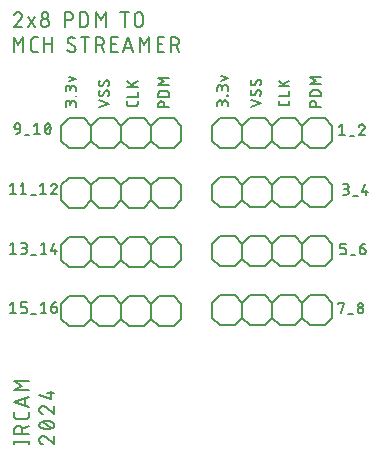
<source format=gbr>
G04 EAGLE Gerber RS-274X export*
G75*
%MOMM*%
%FSLAX34Y34*%
%LPD*%
%INSilkscreen Top*%
%IPPOS*%
%AMOC8*
5,1,8,0,0,1.08239X$1,22.5*%
G01*
%ADD10C,0.177800*%
%ADD11C,0.127000*%
%ADD12C,0.152400*%


D10*
X25304Y378560D02*
X25302Y378671D01*
X25296Y378782D01*
X25286Y378893D01*
X25272Y379003D01*
X25255Y379113D01*
X25233Y379222D01*
X25207Y379330D01*
X25178Y379437D01*
X25145Y379543D01*
X25108Y379648D01*
X25067Y379751D01*
X25023Y379853D01*
X24975Y379953D01*
X24923Y380051D01*
X24868Y380148D01*
X24810Y380242D01*
X24748Y380335D01*
X24683Y380425D01*
X24615Y380513D01*
X24544Y380598D01*
X24470Y380681D01*
X24393Y380761D01*
X24313Y380838D01*
X24230Y380912D01*
X24145Y380983D01*
X24057Y381051D01*
X23967Y381116D01*
X23874Y381178D01*
X23780Y381236D01*
X23683Y381291D01*
X23585Y381343D01*
X23485Y381391D01*
X23383Y381435D01*
X23280Y381476D01*
X23175Y381513D01*
X23069Y381546D01*
X22962Y381575D01*
X22854Y381601D01*
X22745Y381623D01*
X22635Y381640D01*
X22525Y381654D01*
X22414Y381664D01*
X22303Y381670D01*
X22192Y381672D01*
X22192Y381671D02*
X22066Y381669D01*
X21941Y381663D01*
X21816Y381653D01*
X21691Y381639D01*
X21566Y381622D01*
X21442Y381600D01*
X21319Y381575D01*
X21197Y381545D01*
X21076Y381512D01*
X20956Y381475D01*
X20837Y381434D01*
X20720Y381390D01*
X20603Y381342D01*
X20489Y381290D01*
X20376Y381235D01*
X20265Y381176D01*
X20156Y381114D01*
X20049Y381048D01*
X19944Y380979D01*
X19841Y380907D01*
X19741Y380831D01*
X19643Y380752D01*
X19547Y380671D01*
X19454Y380586D01*
X19364Y380499D01*
X19277Y380408D01*
X19192Y380315D01*
X19111Y380220D01*
X19032Y380122D01*
X18957Y380021D01*
X18884Y379918D01*
X18816Y379813D01*
X18750Y379706D01*
X18688Y379597D01*
X18629Y379486D01*
X18574Y379373D01*
X18522Y379258D01*
X18474Y379142D01*
X18430Y379024D01*
X18389Y378906D01*
X24267Y376140D02*
X24347Y376219D01*
X24425Y376301D01*
X24500Y376385D01*
X24571Y376472D01*
X24640Y376561D01*
X24706Y376653D01*
X24769Y376746D01*
X24829Y376842D01*
X24885Y376940D01*
X24938Y377039D01*
X24988Y377141D01*
X25034Y377243D01*
X25076Y377348D01*
X25116Y377454D01*
X25151Y377561D01*
X25183Y377669D01*
X25211Y377778D01*
X25236Y377888D01*
X25257Y377999D01*
X25274Y378110D01*
X25287Y378222D01*
X25296Y378335D01*
X25302Y378447D01*
X25304Y378560D01*
X24266Y376139D02*
X18389Y369225D01*
X25303Y369225D01*
X30602Y369225D02*
X36133Y377522D01*
X30602Y377522D02*
X36133Y369225D01*
X41432Y372682D02*
X41434Y372799D01*
X41440Y372915D01*
X41450Y373032D01*
X41464Y373148D01*
X41481Y373263D01*
X41503Y373378D01*
X41528Y373492D01*
X41557Y373605D01*
X41591Y373717D01*
X41627Y373828D01*
X41668Y373937D01*
X41712Y374045D01*
X41760Y374152D01*
X41811Y374257D01*
X41866Y374360D01*
X41925Y374461D01*
X41987Y374560D01*
X42052Y374657D01*
X42120Y374752D01*
X42191Y374844D01*
X42266Y374934D01*
X42344Y375021D01*
X42424Y375106D01*
X42507Y375188D01*
X42593Y375267D01*
X42682Y375343D01*
X42773Y375416D01*
X42866Y375486D01*
X42962Y375552D01*
X43060Y375616D01*
X43161Y375676D01*
X43263Y375733D01*
X43367Y375786D01*
X43472Y375835D01*
X43580Y375881D01*
X43688Y375924D01*
X43799Y375963D01*
X43910Y375997D01*
X44022Y376029D01*
X44136Y376056D01*
X44250Y376080D01*
X44366Y376099D01*
X44481Y376115D01*
X44597Y376127D01*
X44714Y376135D01*
X44831Y376139D01*
X44947Y376139D01*
X45064Y376135D01*
X45181Y376127D01*
X45297Y376115D01*
X45412Y376099D01*
X45528Y376080D01*
X45642Y376056D01*
X45756Y376029D01*
X45868Y375997D01*
X45979Y375963D01*
X46090Y375924D01*
X46198Y375881D01*
X46306Y375835D01*
X46411Y375786D01*
X46515Y375733D01*
X46618Y375676D01*
X46718Y375616D01*
X46816Y375552D01*
X46912Y375486D01*
X47005Y375416D01*
X47096Y375343D01*
X47185Y375267D01*
X47271Y375188D01*
X47354Y375106D01*
X47434Y375021D01*
X47512Y374934D01*
X47587Y374844D01*
X47658Y374752D01*
X47726Y374657D01*
X47791Y374560D01*
X47853Y374461D01*
X47912Y374360D01*
X47967Y374257D01*
X48018Y374152D01*
X48066Y374045D01*
X48110Y373937D01*
X48151Y373828D01*
X48187Y373717D01*
X48221Y373605D01*
X48250Y373492D01*
X48275Y373378D01*
X48297Y373263D01*
X48314Y373148D01*
X48328Y373032D01*
X48338Y372915D01*
X48344Y372799D01*
X48346Y372682D01*
X48344Y372565D01*
X48338Y372449D01*
X48328Y372332D01*
X48314Y372216D01*
X48297Y372101D01*
X48275Y371986D01*
X48250Y371872D01*
X48221Y371759D01*
X48187Y371647D01*
X48151Y371536D01*
X48110Y371427D01*
X48066Y371319D01*
X48018Y371212D01*
X47967Y371107D01*
X47912Y371004D01*
X47853Y370903D01*
X47791Y370804D01*
X47726Y370707D01*
X47658Y370612D01*
X47587Y370520D01*
X47512Y370430D01*
X47434Y370343D01*
X47354Y370258D01*
X47271Y370176D01*
X47185Y370097D01*
X47096Y370021D01*
X47005Y369948D01*
X46912Y369878D01*
X46816Y369812D01*
X46718Y369748D01*
X46617Y369688D01*
X46515Y369631D01*
X46411Y369578D01*
X46306Y369529D01*
X46198Y369483D01*
X46090Y369440D01*
X45979Y369401D01*
X45868Y369367D01*
X45756Y369335D01*
X45642Y369308D01*
X45528Y369284D01*
X45412Y369265D01*
X45297Y369249D01*
X45181Y369237D01*
X45064Y369229D01*
X44947Y369225D01*
X44831Y369225D01*
X44714Y369229D01*
X44597Y369237D01*
X44481Y369249D01*
X44366Y369265D01*
X44250Y369284D01*
X44136Y369308D01*
X44022Y369335D01*
X43910Y369367D01*
X43799Y369401D01*
X43688Y369440D01*
X43580Y369483D01*
X43472Y369529D01*
X43367Y369578D01*
X43263Y369631D01*
X43160Y369688D01*
X43060Y369748D01*
X42962Y369812D01*
X42866Y369878D01*
X42773Y369948D01*
X42682Y370021D01*
X42593Y370097D01*
X42507Y370176D01*
X42424Y370258D01*
X42344Y370343D01*
X42266Y370430D01*
X42191Y370520D01*
X42120Y370612D01*
X42052Y370707D01*
X41987Y370804D01*
X41925Y370903D01*
X41866Y371004D01*
X41811Y371107D01*
X41760Y371212D01*
X41712Y371319D01*
X41668Y371427D01*
X41627Y371536D01*
X41591Y371647D01*
X41557Y371759D01*
X41528Y371872D01*
X41503Y371986D01*
X41481Y372101D01*
X41464Y372216D01*
X41450Y372332D01*
X41440Y372449D01*
X41434Y372565D01*
X41432Y372682D01*
X42123Y378905D02*
X42125Y379008D01*
X42131Y379112D01*
X42140Y379215D01*
X42154Y379317D01*
X42171Y379419D01*
X42192Y379520D01*
X42217Y379621D01*
X42246Y379720D01*
X42278Y379819D01*
X42314Y379916D01*
X42354Y380011D01*
X42397Y380105D01*
X42444Y380197D01*
X42494Y380288D01*
X42547Y380377D01*
X42604Y380463D01*
X42663Y380548D01*
X42726Y380630D01*
X42792Y380709D01*
X42861Y380786D01*
X42933Y380861D01*
X43008Y380933D01*
X43085Y381002D01*
X43164Y381068D01*
X43246Y381131D01*
X43331Y381190D01*
X43417Y381247D01*
X43506Y381300D01*
X43597Y381350D01*
X43689Y381397D01*
X43783Y381440D01*
X43878Y381480D01*
X43975Y381516D01*
X44074Y381548D01*
X44173Y381577D01*
X44274Y381602D01*
X44375Y381623D01*
X44477Y381640D01*
X44579Y381654D01*
X44682Y381663D01*
X44786Y381669D01*
X44889Y381671D01*
X44992Y381669D01*
X45096Y381663D01*
X45199Y381654D01*
X45301Y381640D01*
X45403Y381623D01*
X45504Y381602D01*
X45605Y381577D01*
X45704Y381548D01*
X45803Y381516D01*
X45900Y381480D01*
X45995Y381440D01*
X46089Y381397D01*
X46181Y381350D01*
X46272Y381300D01*
X46361Y381247D01*
X46447Y381190D01*
X46532Y381131D01*
X46614Y381068D01*
X46693Y381002D01*
X46770Y380933D01*
X46845Y380861D01*
X46917Y380786D01*
X46986Y380709D01*
X47052Y380630D01*
X47115Y380548D01*
X47174Y380463D01*
X47231Y380377D01*
X47284Y380288D01*
X47334Y380197D01*
X47381Y380105D01*
X47424Y380011D01*
X47464Y379916D01*
X47500Y379819D01*
X47532Y379720D01*
X47561Y379621D01*
X47586Y379520D01*
X47607Y379419D01*
X47624Y379317D01*
X47638Y379215D01*
X47647Y379112D01*
X47653Y379008D01*
X47655Y378905D01*
X47653Y378802D01*
X47647Y378698D01*
X47638Y378595D01*
X47624Y378493D01*
X47607Y378391D01*
X47586Y378290D01*
X47561Y378189D01*
X47532Y378090D01*
X47500Y377991D01*
X47464Y377894D01*
X47424Y377799D01*
X47381Y377705D01*
X47334Y377613D01*
X47284Y377522D01*
X47231Y377433D01*
X47174Y377347D01*
X47115Y377262D01*
X47052Y377180D01*
X46986Y377101D01*
X46917Y377024D01*
X46845Y376949D01*
X46770Y376877D01*
X46693Y376808D01*
X46614Y376742D01*
X46532Y376679D01*
X46447Y376620D01*
X46361Y376563D01*
X46272Y376510D01*
X46181Y376460D01*
X46089Y376413D01*
X45995Y376370D01*
X45900Y376330D01*
X45803Y376294D01*
X45704Y376262D01*
X45605Y376233D01*
X45504Y376208D01*
X45403Y376187D01*
X45301Y376170D01*
X45199Y376156D01*
X45096Y376147D01*
X44992Y376141D01*
X44889Y376139D01*
X44786Y376141D01*
X44682Y376147D01*
X44579Y376156D01*
X44477Y376170D01*
X44375Y376187D01*
X44274Y376208D01*
X44173Y376233D01*
X44074Y376262D01*
X43975Y376294D01*
X43878Y376330D01*
X43783Y376370D01*
X43689Y376413D01*
X43597Y376460D01*
X43506Y376510D01*
X43417Y376563D01*
X43331Y376620D01*
X43246Y376679D01*
X43164Y376742D01*
X43085Y376808D01*
X43008Y376877D01*
X42933Y376949D01*
X42861Y377024D01*
X42792Y377101D01*
X42726Y377180D01*
X42663Y377262D01*
X42604Y377347D01*
X42547Y377433D01*
X42494Y377522D01*
X42444Y377613D01*
X42397Y377705D01*
X42354Y377799D01*
X42314Y377894D01*
X42278Y377991D01*
X42246Y378090D01*
X42217Y378189D01*
X42192Y378290D01*
X42171Y378391D01*
X42154Y378493D01*
X42140Y378595D01*
X42131Y378698D01*
X42125Y378802D01*
X42123Y378905D01*
X61731Y381671D02*
X61731Y369225D01*
X61731Y381671D02*
X65188Y381671D01*
X65305Y381669D01*
X65421Y381663D01*
X65538Y381653D01*
X65654Y381639D01*
X65769Y381622D01*
X65884Y381600D01*
X65998Y381575D01*
X66111Y381546D01*
X66223Y381512D01*
X66334Y381476D01*
X66443Y381435D01*
X66551Y381391D01*
X66658Y381343D01*
X66763Y381292D01*
X66866Y381237D01*
X66967Y381178D01*
X67066Y381116D01*
X67163Y381051D01*
X67258Y380983D01*
X67350Y380912D01*
X67440Y380837D01*
X67527Y380759D01*
X67612Y380679D01*
X67694Y380596D01*
X67773Y380510D01*
X67849Y380421D01*
X67922Y380330D01*
X67992Y380237D01*
X68058Y380141D01*
X68122Y380043D01*
X68182Y379943D01*
X68239Y379840D01*
X68292Y379736D01*
X68341Y379631D01*
X68387Y379523D01*
X68430Y379415D01*
X68469Y379304D01*
X68503Y379193D01*
X68535Y379081D01*
X68562Y378967D01*
X68586Y378853D01*
X68605Y378737D01*
X68621Y378622D01*
X68633Y378506D01*
X68641Y378389D01*
X68645Y378272D01*
X68645Y378156D01*
X68641Y378039D01*
X68633Y377922D01*
X68621Y377806D01*
X68605Y377691D01*
X68586Y377575D01*
X68562Y377461D01*
X68535Y377347D01*
X68503Y377235D01*
X68469Y377124D01*
X68430Y377013D01*
X68387Y376905D01*
X68341Y376797D01*
X68292Y376692D01*
X68239Y376588D01*
X68182Y376486D01*
X68122Y376385D01*
X68058Y376287D01*
X67992Y376191D01*
X67922Y376098D01*
X67849Y376007D01*
X67773Y375918D01*
X67694Y375832D01*
X67612Y375749D01*
X67527Y375669D01*
X67440Y375591D01*
X67350Y375516D01*
X67258Y375445D01*
X67163Y375377D01*
X67066Y375312D01*
X66967Y375250D01*
X66866Y375191D01*
X66763Y375136D01*
X66658Y375085D01*
X66551Y375037D01*
X66443Y374993D01*
X66334Y374952D01*
X66223Y374916D01*
X66111Y374882D01*
X65998Y374853D01*
X65884Y374828D01*
X65769Y374806D01*
X65654Y374789D01*
X65538Y374775D01*
X65421Y374765D01*
X65305Y374759D01*
X65188Y374757D01*
X61731Y374757D01*
X74289Y369225D02*
X74289Y381671D01*
X77746Y381671D01*
X77862Y381669D01*
X77977Y381663D01*
X78092Y381654D01*
X78207Y381640D01*
X78321Y381623D01*
X78435Y381602D01*
X78547Y381577D01*
X78659Y381548D01*
X78770Y381516D01*
X78880Y381480D01*
X78988Y381440D01*
X79096Y381397D01*
X79201Y381350D01*
X79305Y381299D01*
X79407Y381246D01*
X79508Y381188D01*
X79606Y381128D01*
X79702Y381064D01*
X79797Y380997D01*
X79888Y380927D01*
X79978Y380854D01*
X80065Y380778D01*
X80149Y380699D01*
X80231Y380617D01*
X80310Y380533D01*
X80386Y380446D01*
X80459Y380356D01*
X80529Y380265D01*
X80596Y380170D01*
X80660Y380074D01*
X80720Y379976D01*
X80778Y379875D01*
X80831Y379773D01*
X80882Y379669D01*
X80929Y379564D01*
X80972Y379456D01*
X81012Y379348D01*
X81048Y379238D01*
X81080Y379127D01*
X81109Y379015D01*
X81134Y378903D01*
X81155Y378789D01*
X81172Y378675D01*
X81186Y378560D01*
X81195Y378445D01*
X81201Y378329D01*
X81203Y378214D01*
X81204Y378214D02*
X81204Y372682D01*
X81203Y372682D02*
X81201Y372566D01*
X81195Y372451D01*
X81186Y372336D01*
X81172Y372221D01*
X81155Y372107D01*
X81134Y371993D01*
X81109Y371881D01*
X81080Y371769D01*
X81048Y371658D01*
X81012Y371548D01*
X80972Y371440D01*
X80929Y371332D01*
X80882Y371227D01*
X80831Y371123D01*
X80778Y371021D01*
X80720Y370920D01*
X80660Y370822D01*
X80596Y370726D01*
X80529Y370631D01*
X80459Y370540D01*
X80386Y370450D01*
X80310Y370363D01*
X80231Y370279D01*
X80149Y370197D01*
X80065Y370118D01*
X79978Y370042D01*
X79888Y369969D01*
X79797Y369899D01*
X79702Y369832D01*
X79606Y369768D01*
X79508Y369708D01*
X79407Y369650D01*
X79305Y369597D01*
X79201Y369546D01*
X79096Y369499D01*
X78988Y369456D01*
X78880Y369416D01*
X78770Y369380D01*
X78659Y369348D01*
X78547Y369319D01*
X78435Y369294D01*
X78321Y369273D01*
X78207Y369256D01*
X78092Y369242D01*
X77977Y369233D01*
X77862Y369227D01*
X77746Y369225D01*
X74289Y369225D01*
X88106Y369225D02*
X88106Y381671D01*
X92255Y374757D01*
X96404Y381671D01*
X96404Y369225D01*
X112311Y369225D02*
X112311Y381671D01*
X115768Y381671D02*
X108853Y381671D01*
X120802Y378214D02*
X120802Y372682D01*
X120802Y378214D02*
X120804Y378331D01*
X120810Y378447D01*
X120820Y378564D01*
X120834Y378680D01*
X120851Y378795D01*
X120873Y378910D01*
X120898Y379024D01*
X120927Y379137D01*
X120961Y379249D01*
X120997Y379360D01*
X121038Y379469D01*
X121082Y379577D01*
X121130Y379684D01*
X121181Y379789D01*
X121236Y379892D01*
X121295Y379993D01*
X121357Y380092D01*
X121422Y380189D01*
X121490Y380284D01*
X121561Y380376D01*
X121636Y380466D01*
X121714Y380553D01*
X121794Y380638D01*
X121877Y380720D01*
X121963Y380799D01*
X122052Y380875D01*
X122143Y380948D01*
X122236Y381018D01*
X122332Y381084D01*
X122430Y381148D01*
X122531Y381208D01*
X122633Y381265D01*
X122737Y381318D01*
X122842Y381367D01*
X122950Y381413D01*
X123058Y381456D01*
X123169Y381495D01*
X123280Y381529D01*
X123392Y381561D01*
X123506Y381588D01*
X123620Y381612D01*
X123736Y381631D01*
X123851Y381647D01*
X123967Y381659D01*
X124084Y381667D01*
X124201Y381671D01*
X124317Y381671D01*
X124434Y381667D01*
X124551Y381659D01*
X124667Y381647D01*
X124782Y381631D01*
X124898Y381612D01*
X125012Y381588D01*
X125126Y381561D01*
X125238Y381529D01*
X125349Y381495D01*
X125460Y381456D01*
X125568Y381413D01*
X125676Y381367D01*
X125781Y381318D01*
X125885Y381265D01*
X125988Y381208D01*
X126088Y381148D01*
X126186Y381084D01*
X126282Y381018D01*
X126375Y380948D01*
X126466Y380875D01*
X126555Y380799D01*
X126641Y380720D01*
X126724Y380638D01*
X126804Y380553D01*
X126882Y380466D01*
X126957Y380376D01*
X127028Y380284D01*
X127096Y380189D01*
X127161Y380092D01*
X127223Y379993D01*
X127282Y379892D01*
X127337Y379789D01*
X127388Y379684D01*
X127436Y379577D01*
X127480Y379469D01*
X127521Y379360D01*
X127557Y379249D01*
X127591Y379137D01*
X127620Y379024D01*
X127645Y378910D01*
X127667Y378795D01*
X127684Y378680D01*
X127698Y378564D01*
X127708Y378447D01*
X127714Y378331D01*
X127716Y378214D01*
X127716Y372682D01*
X127714Y372565D01*
X127708Y372449D01*
X127698Y372332D01*
X127684Y372216D01*
X127667Y372101D01*
X127645Y371986D01*
X127620Y371872D01*
X127591Y371759D01*
X127557Y371647D01*
X127521Y371536D01*
X127480Y371427D01*
X127436Y371319D01*
X127388Y371212D01*
X127337Y371107D01*
X127282Y371004D01*
X127223Y370903D01*
X127161Y370804D01*
X127096Y370707D01*
X127028Y370612D01*
X126957Y370520D01*
X126882Y370430D01*
X126804Y370343D01*
X126724Y370258D01*
X126641Y370176D01*
X126555Y370097D01*
X126466Y370021D01*
X126375Y369948D01*
X126282Y369878D01*
X126186Y369812D01*
X126088Y369748D01*
X125987Y369688D01*
X125885Y369631D01*
X125781Y369578D01*
X125676Y369529D01*
X125568Y369483D01*
X125460Y369440D01*
X125349Y369401D01*
X125238Y369367D01*
X125126Y369335D01*
X125012Y369308D01*
X124898Y369284D01*
X124782Y369265D01*
X124667Y369249D01*
X124551Y369237D01*
X124434Y369229D01*
X124317Y369225D01*
X124201Y369225D01*
X124084Y369229D01*
X123967Y369237D01*
X123851Y369249D01*
X123736Y369265D01*
X123620Y369284D01*
X123506Y369308D01*
X123392Y369335D01*
X123280Y369367D01*
X123169Y369401D01*
X123058Y369440D01*
X122950Y369483D01*
X122842Y369529D01*
X122737Y369578D01*
X122633Y369631D01*
X122530Y369688D01*
X122430Y369748D01*
X122332Y369812D01*
X122236Y369878D01*
X122143Y369948D01*
X122052Y370021D01*
X121963Y370097D01*
X121877Y370176D01*
X121794Y370258D01*
X121714Y370343D01*
X121636Y370430D01*
X121561Y370520D01*
X121490Y370612D01*
X121422Y370707D01*
X121357Y370804D01*
X121295Y370903D01*
X121236Y371004D01*
X121181Y371107D01*
X121130Y371212D01*
X121082Y371319D01*
X121038Y371427D01*
X120997Y371536D01*
X120961Y371647D01*
X120927Y371759D01*
X120898Y371872D01*
X120873Y371986D01*
X120851Y372101D01*
X120834Y372216D01*
X120820Y372332D01*
X120810Y372449D01*
X120804Y372565D01*
X120802Y372682D01*
X18389Y360335D02*
X18389Y347889D01*
X22538Y353421D02*
X18389Y360335D01*
X22538Y353421D02*
X26686Y360335D01*
X26686Y347889D01*
X35880Y347889D02*
X38646Y347889D01*
X35880Y347889D02*
X35777Y347891D01*
X35673Y347897D01*
X35570Y347906D01*
X35468Y347920D01*
X35366Y347937D01*
X35265Y347958D01*
X35164Y347983D01*
X35065Y348012D01*
X34966Y348044D01*
X34869Y348080D01*
X34774Y348120D01*
X34680Y348163D01*
X34588Y348210D01*
X34497Y348260D01*
X34408Y348313D01*
X34322Y348370D01*
X34237Y348429D01*
X34155Y348492D01*
X34076Y348558D01*
X33999Y348627D01*
X33924Y348699D01*
X33852Y348774D01*
X33783Y348851D01*
X33717Y348930D01*
X33654Y349012D01*
X33595Y349097D01*
X33538Y349183D01*
X33485Y349272D01*
X33435Y349363D01*
X33388Y349455D01*
X33345Y349549D01*
X33305Y349644D01*
X33269Y349741D01*
X33237Y349840D01*
X33208Y349939D01*
X33183Y350040D01*
X33162Y350141D01*
X33145Y350243D01*
X33131Y350345D01*
X33122Y350448D01*
X33116Y350552D01*
X33114Y350655D01*
X33115Y350655D02*
X33115Y357569D01*
X33114Y357569D02*
X33116Y357672D01*
X33122Y357776D01*
X33131Y357879D01*
X33145Y357981D01*
X33162Y358083D01*
X33183Y358184D01*
X33208Y358285D01*
X33237Y358384D01*
X33269Y358483D01*
X33305Y358580D01*
X33345Y358675D01*
X33388Y358769D01*
X33435Y358861D01*
X33485Y358952D01*
X33538Y359041D01*
X33595Y359127D01*
X33654Y359211D01*
X33717Y359294D01*
X33783Y359373D01*
X33852Y359450D01*
X33924Y359525D01*
X33999Y359597D01*
X34076Y359666D01*
X34155Y359732D01*
X34237Y359795D01*
X34322Y359854D01*
X34408Y359911D01*
X34497Y359964D01*
X34588Y360014D01*
X34680Y360061D01*
X34774Y360104D01*
X34869Y360144D01*
X34966Y360180D01*
X35065Y360212D01*
X35164Y360241D01*
X35264Y360266D01*
X35366Y360287D01*
X35468Y360304D01*
X35570Y360318D01*
X35673Y360327D01*
X35777Y360333D01*
X35880Y360335D01*
X38646Y360335D01*
X44257Y360335D02*
X44257Y347889D01*
X44257Y354803D02*
X51171Y354803D01*
X51171Y360335D02*
X51171Y347889D01*
X68035Y347889D02*
X68138Y347891D01*
X68242Y347897D01*
X68345Y347906D01*
X68447Y347920D01*
X68549Y347937D01*
X68650Y347958D01*
X68751Y347983D01*
X68850Y348012D01*
X68949Y348044D01*
X69046Y348080D01*
X69141Y348120D01*
X69235Y348163D01*
X69327Y348210D01*
X69418Y348260D01*
X69507Y348313D01*
X69593Y348370D01*
X69678Y348429D01*
X69760Y348492D01*
X69839Y348558D01*
X69916Y348627D01*
X69991Y348699D01*
X70063Y348774D01*
X70132Y348851D01*
X70198Y348930D01*
X70261Y349012D01*
X70320Y349097D01*
X70377Y349183D01*
X70430Y349272D01*
X70480Y349363D01*
X70527Y349455D01*
X70570Y349549D01*
X70610Y349644D01*
X70646Y349741D01*
X70678Y349840D01*
X70707Y349939D01*
X70732Y350040D01*
X70753Y350141D01*
X70770Y350243D01*
X70784Y350345D01*
X70793Y350448D01*
X70799Y350552D01*
X70801Y350655D01*
X68035Y347889D02*
X67886Y347891D01*
X67737Y347897D01*
X67589Y347906D01*
X67441Y347919D01*
X67293Y347936D01*
X67146Y347957D01*
X66999Y347982D01*
X66853Y348010D01*
X66707Y348042D01*
X66563Y348078D01*
X66419Y348117D01*
X66277Y348160D01*
X66135Y348206D01*
X65995Y348257D01*
X65857Y348310D01*
X65719Y348368D01*
X65583Y348428D01*
X65449Y348492D01*
X65316Y348560D01*
X65186Y348631D01*
X65057Y348705D01*
X64930Y348783D01*
X64805Y348863D01*
X64682Y348947D01*
X64561Y349034D01*
X64442Y349124D01*
X64326Y349217D01*
X64212Y349313D01*
X64101Y349412D01*
X63992Y349513D01*
X63886Y349618D01*
X64231Y357569D02*
X64233Y357672D01*
X64239Y357776D01*
X64248Y357879D01*
X64262Y357981D01*
X64279Y358083D01*
X64300Y358184D01*
X64325Y358285D01*
X64354Y358384D01*
X64386Y358483D01*
X64422Y358580D01*
X64462Y358675D01*
X64505Y358769D01*
X64552Y358861D01*
X64602Y358952D01*
X64655Y359041D01*
X64712Y359127D01*
X64771Y359212D01*
X64834Y359294D01*
X64900Y359373D01*
X64969Y359450D01*
X65041Y359525D01*
X65116Y359597D01*
X65193Y359666D01*
X65272Y359732D01*
X65355Y359795D01*
X65439Y359854D01*
X65525Y359911D01*
X65614Y359964D01*
X65705Y360014D01*
X65797Y360061D01*
X65891Y360104D01*
X65986Y360144D01*
X66083Y360180D01*
X66182Y360212D01*
X66281Y360241D01*
X66382Y360266D01*
X66483Y360287D01*
X66585Y360304D01*
X66687Y360318D01*
X66790Y360327D01*
X66894Y360333D01*
X66997Y360335D01*
X67136Y360333D01*
X67275Y360328D01*
X67414Y360318D01*
X67552Y360305D01*
X67690Y360288D01*
X67828Y360268D01*
X67965Y360244D01*
X68101Y360216D01*
X68236Y360185D01*
X68371Y360150D01*
X68505Y360111D01*
X68637Y360069D01*
X68768Y360023D01*
X68898Y359974D01*
X69027Y359921D01*
X69154Y359865D01*
X69280Y359806D01*
X69404Y359743D01*
X69526Y359676D01*
X69647Y359607D01*
X69765Y359534D01*
X69882Y359459D01*
X69996Y359380D01*
X70109Y359298D01*
X65615Y355149D02*
X65526Y355203D01*
X65439Y355261D01*
X65355Y355322D01*
X65273Y355386D01*
X65193Y355453D01*
X65116Y355523D01*
X65041Y355596D01*
X64970Y355672D01*
X64901Y355750D01*
X64835Y355830D01*
X64772Y355913D01*
X64712Y355998D01*
X64655Y356086D01*
X64602Y356175D01*
X64552Y356267D01*
X64506Y356360D01*
X64462Y356455D01*
X64423Y356551D01*
X64387Y356649D01*
X64355Y356748D01*
X64326Y356848D01*
X64301Y356949D01*
X64280Y357051D01*
X64263Y357154D01*
X64249Y357257D01*
X64240Y357361D01*
X64234Y357465D01*
X64232Y357569D01*
X69417Y353075D02*
X69506Y353021D01*
X69592Y352963D01*
X69677Y352902D01*
X69759Y352838D01*
X69839Y352771D01*
X69916Y352701D01*
X69990Y352628D01*
X70062Y352552D01*
X70131Y352474D01*
X70197Y352394D01*
X70260Y352311D01*
X70320Y352226D01*
X70377Y352138D01*
X70430Y352049D01*
X70480Y351957D01*
X70526Y351864D01*
X70570Y351769D01*
X70609Y351673D01*
X70645Y351575D01*
X70677Y351476D01*
X70706Y351376D01*
X70731Y351275D01*
X70752Y351173D01*
X70769Y351070D01*
X70783Y350967D01*
X70792Y350863D01*
X70798Y350759D01*
X70800Y350655D01*
X69418Y353075D02*
X65615Y355149D01*
X78865Y360335D02*
X78865Y347889D01*
X75407Y360335D02*
X82322Y360335D01*
X87888Y360335D02*
X87888Y347889D01*
X87888Y360335D02*
X91345Y360335D01*
X91462Y360333D01*
X91578Y360327D01*
X91695Y360317D01*
X91811Y360303D01*
X91926Y360286D01*
X92041Y360264D01*
X92155Y360239D01*
X92268Y360210D01*
X92380Y360176D01*
X92491Y360140D01*
X92600Y360099D01*
X92708Y360055D01*
X92815Y360007D01*
X92920Y359956D01*
X93023Y359901D01*
X93124Y359842D01*
X93223Y359780D01*
X93320Y359715D01*
X93415Y359647D01*
X93507Y359576D01*
X93597Y359501D01*
X93684Y359423D01*
X93769Y359343D01*
X93851Y359260D01*
X93930Y359174D01*
X94006Y359085D01*
X94079Y358994D01*
X94149Y358901D01*
X94215Y358805D01*
X94279Y358707D01*
X94339Y358607D01*
X94396Y358504D01*
X94449Y358400D01*
X94498Y358295D01*
X94544Y358187D01*
X94587Y358079D01*
X94626Y357968D01*
X94660Y357857D01*
X94692Y357745D01*
X94719Y357631D01*
X94743Y357517D01*
X94762Y357401D01*
X94778Y357286D01*
X94790Y357170D01*
X94798Y357053D01*
X94802Y356936D01*
X94802Y356820D01*
X94798Y356703D01*
X94790Y356586D01*
X94778Y356470D01*
X94762Y356355D01*
X94743Y356239D01*
X94719Y356125D01*
X94692Y356011D01*
X94660Y355899D01*
X94626Y355788D01*
X94587Y355677D01*
X94544Y355569D01*
X94498Y355461D01*
X94449Y355356D01*
X94396Y355252D01*
X94339Y355150D01*
X94279Y355049D01*
X94215Y354951D01*
X94149Y354855D01*
X94079Y354762D01*
X94006Y354671D01*
X93930Y354582D01*
X93851Y354496D01*
X93769Y354413D01*
X93684Y354333D01*
X93597Y354255D01*
X93507Y354180D01*
X93415Y354109D01*
X93320Y354041D01*
X93223Y353976D01*
X93124Y353914D01*
X93023Y353855D01*
X92920Y353800D01*
X92815Y353749D01*
X92708Y353701D01*
X92600Y353657D01*
X92491Y353616D01*
X92380Y353580D01*
X92268Y353546D01*
X92155Y353517D01*
X92041Y353492D01*
X91926Y353470D01*
X91811Y353453D01*
X91695Y353439D01*
X91578Y353429D01*
X91462Y353423D01*
X91345Y353421D01*
X87888Y353421D01*
X92037Y353421D02*
X94802Y347889D01*
X101043Y347889D02*
X106575Y347889D01*
X101043Y347889D02*
X101043Y360335D01*
X106575Y360335D01*
X105192Y354803D02*
X101043Y354803D01*
X110987Y347889D02*
X115136Y360335D01*
X119284Y347889D01*
X118247Y351001D02*
X112024Y351001D01*
X125069Y347889D02*
X125069Y360335D01*
X129217Y353421D01*
X133366Y360335D01*
X133366Y347889D01*
X140301Y347889D02*
X145833Y347889D01*
X140301Y347889D02*
X140301Y360335D01*
X145833Y360335D01*
X144450Y354803D02*
X140301Y354803D01*
X151469Y360335D02*
X151469Y347889D01*
X151469Y360335D02*
X154926Y360335D01*
X155043Y360333D01*
X155159Y360327D01*
X155276Y360317D01*
X155392Y360303D01*
X155507Y360286D01*
X155622Y360264D01*
X155736Y360239D01*
X155849Y360210D01*
X155961Y360176D01*
X156072Y360140D01*
X156181Y360099D01*
X156289Y360055D01*
X156396Y360007D01*
X156501Y359956D01*
X156604Y359901D01*
X156705Y359842D01*
X156804Y359780D01*
X156901Y359715D01*
X156996Y359647D01*
X157088Y359576D01*
X157178Y359501D01*
X157265Y359423D01*
X157350Y359343D01*
X157432Y359260D01*
X157511Y359174D01*
X157587Y359085D01*
X157660Y358994D01*
X157730Y358901D01*
X157796Y358805D01*
X157860Y358707D01*
X157920Y358607D01*
X157977Y358504D01*
X158030Y358400D01*
X158079Y358295D01*
X158125Y358187D01*
X158168Y358079D01*
X158207Y357968D01*
X158241Y357857D01*
X158273Y357745D01*
X158300Y357631D01*
X158324Y357517D01*
X158343Y357401D01*
X158359Y357286D01*
X158371Y357170D01*
X158379Y357053D01*
X158383Y356936D01*
X158383Y356820D01*
X158379Y356703D01*
X158371Y356586D01*
X158359Y356470D01*
X158343Y356355D01*
X158324Y356239D01*
X158300Y356125D01*
X158273Y356011D01*
X158241Y355899D01*
X158207Y355788D01*
X158168Y355677D01*
X158125Y355569D01*
X158079Y355461D01*
X158030Y355356D01*
X157977Y355252D01*
X157920Y355150D01*
X157860Y355049D01*
X157796Y354951D01*
X157730Y354855D01*
X157660Y354762D01*
X157587Y354671D01*
X157511Y354582D01*
X157432Y354496D01*
X157350Y354413D01*
X157265Y354333D01*
X157178Y354255D01*
X157088Y354180D01*
X156996Y354109D01*
X156901Y354041D01*
X156804Y353976D01*
X156705Y353914D01*
X156604Y353855D01*
X156501Y353800D01*
X156396Y353749D01*
X156289Y353701D01*
X156181Y353657D01*
X156072Y353616D01*
X155961Y353580D01*
X155849Y353546D01*
X155736Y353517D01*
X155622Y353492D01*
X155507Y353470D01*
X155392Y353453D01*
X155276Y353439D01*
X155159Y353429D01*
X155043Y353423D01*
X154926Y353421D01*
X151469Y353421D01*
X155618Y353421D02*
X158384Y347889D01*
D11*
X294135Y284549D02*
X296604Y286525D01*
X296604Y277635D01*
X294135Y277635D02*
X299074Y277635D01*
X302858Y276647D02*
X306810Y276647D01*
X315534Y284303D02*
X315532Y284395D01*
X315526Y284487D01*
X315517Y284578D01*
X315504Y284669D01*
X315487Y284759D01*
X315466Y284849D01*
X315442Y284937D01*
X315414Y285025D01*
X315382Y285111D01*
X315347Y285196D01*
X315308Y285279D01*
X315266Y285361D01*
X315221Y285441D01*
X315172Y285519D01*
X315120Y285595D01*
X315065Y285668D01*
X315007Y285740D01*
X314947Y285809D01*
X314883Y285875D01*
X314817Y285939D01*
X314748Y285999D01*
X314676Y286057D01*
X314603Y286112D01*
X314527Y286164D01*
X314449Y286213D01*
X314369Y286258D01*
X314287Y286300D01*
X314204Y286339D01*
X314119Y286374D01*
X314033Y286406D01*
X313945Y286434D01*
X313857Y286458D01*
X313767Y286479D01*
X313677Y286496D01*
X313586Y286509D01*
X313495Y286518D01*
X313403Y286524D01*
X313311Y286526D01*
X313311Y286525D02*
X313205Y286523D01*
X313100Y286517D01*
X312995Y286507D01*
X312890Y286494D01*
X312786Y286476D01*
X312683Y286455D01*
X312580Y286430D01*
X312478Y286401D01*
X312378Y286368D01*
X312279Y286332D01*
X312181Y286292D01*
X312085Y286248D01*
X311990Y286201D01*
X311898Y286151D01*
X311807Y286097D01*
X311718Y286039D01*
X311632Y285979D01*
X311548Y285915D01*
X311466Y285849D01*
X311386Y285779D01*
X311310Y285706D01*
X311236Y285631D01*
X311165Y285553D01*
X311097Y285472D01*
X311031Y285389D01*
X310969Y285303D01*
X310911Y285216D01*
X310855Y285126D01*
X310803Y285034D01*
X310754Y284940D01*
X310709Y284845D01*
X310667Y284748D01*
X310629Y284649D01*
X310595Y284550D01*
X314792Y282574D02*
X314861Y282643D01*
X314927Y282713D01*
X314990Y282787D01*
X315049Y282863D01*
X315106Y282941D01*
X315160Y283021D01*
X315210Y283104D01*
X315257Y283188D01*
X315300Y283275D01*
X315340Y283363D01*
X315376Y283452D01*
X315409Y283543D01*
X315438Y283635D01*
X315463Y283729D01*
X315484Y283823D01*
X315502Y283918D01*
X315515Y284014D01*
X315525Y284110D01*
X315531Y284206D01*
X315533Y284303D01*
X314792Y282574D02*
X310594Y277635D01*
X315533Y277635D01*
X24074Y282586D02*
X21111Y282586D01*
X21025Y282588D01*
X20939Y282594D01*
X20853Y282603D01*
X20768Y282616D01*
X20683Y282633D01*
X20600Y282653D01*
X20517Y282677D01*
X20435Y282705D01*
X20355Y282736D01*
X20276Y282771D01*
X20199Y282809D01*
X20123Y282851D01*
X20049Y282895D01*
X19978Y282943D01*
X19908Y282994D01*
X19841Y283048D01*
X19776Y283105D01*
X19714Y283165D01*
X19654Y283227D01*
X19597Y283292D01*
X19543Y283359D01*
X19492Y283429D01*
X19444Y283500D01*
X19400Y283574D01*
X19358Y283650D01*
X19320Y283727D01*
X19285Y283806D01*
X19254Y283886D01*
X19226Y283968D01*
X19202Y284051D01*
X19182Y284134D01*
X19165Y284219D01*
X19152Y284304D01*
X19143Y284390D01*
X19137Y284476D01*
X19135Y284562D01*
X19135Y285056D01*
X19137Y285154D01*
X19143Y285252D01*
X19153Y285350D01*
X19166Y285447D01*
X19184Y285544D01*
X19205Y285640D01*
X19230Y285734D01*
X19259Y285828D01*
X19291Y285921D01*
X19328Y286012D01*
X19367Y286102D01*
X19411Y286190D01*
X19458Y286276D01*
X19508Y286361D01*
X19561Y286443D01*
X19618Y286523D01*
X19678Y286601D01*
X19741Y286676D01*
X19807Y286749D01*
X19876Y286819D01*
X19947Y286886D01*
X20021Y286951D01*
X20098Y287012D01*
X20177Y287071D01*
X20258Y287126D01*
X20341Y287178D01*
X20427Y287226D01*
X20514Y287271D01*
X20603Y287313D01*
X20693Y287351D01*
X20785Y287385D01*
X20878Y287416D01*
X20973Y287443D01*
X21068Y287466D01*
X21165Y287486D01*
X21261Y287501D01*
X21359Y287513D01*
X21457Y287521D01*
X21555Y287525D01*
X21653Y287525D01*
X21751Y287521D01*
X21849Y287513D01*
X21947Y287501D01*
X22043Y287486D01*
X22140Y287466D01*
X22235Y287443D01*
X22330Y287416D01*
X22423Y287385D01*
X22515Y287351D01*
X22605Y287313D01*
X22694Y287271D01*
X22781Y287226D01*
X22867Y287178D01*
X22950Y287126D01*
X23031Y287071D01*
X23110Y287012D01*
X23187Y286951D01*
X23261Y286886D01*
X23332Y286819D01*
X23401Y286749D01*
X23467Y286676D01*
X23530Y286601D01*
X23590Y286523D01*
X23647Y286443D01*
X23700Y286361D01*
X23750Y286276D01*
X23797Y286190D01*
X23841Y286102D01*
X23880Y286012D01*
X23917Y285921D01*
X23949Y285828D01*
X23978Y285734D01*
X24003Y285640D01*
X24024Y285544D01*
X24042Y285447D01*
X24055Y285350D01*
X24065Y285252D01*
X24071Y285154D01*
X24073Y285056D01*
X24074Y285056D02*
X24074Y282586D01*
X24072Y282462D01*
X24066Y282338D01*
X24056Y282214D01*
X24043Y282091D01*
X24025Y281968D01*
X24004Y281846D01*
X23979Y281724D01*
X23950Y281603D01*
X23917Y281484D01*
X23881Y281365D01*
X23840Y281248D01*
X23797Y281132D01*
X23749Y281017D01*
X23698Y280904D01*
X23643Y280792D01*
X23585Y280683D01*
X23524Y280575D01*
X23459Y280469D01*
X23391Y280365D01*
X23319Y280264D01*
X23245Y280164D01*
X23167Y280068D01*
X23087Y279973D01*
X23003Y279881D01*
X22917Y279792D01*
X22828Y279706D01*
X22736Y279622D01*
X22641Y279542D01*
X22545Y279464D01*
X22445Y279390D01*
X22344Y279318D01*
X22240Y279250D01*
X22134Y279185D01*
X22026Y279124D01*
X21917Y279066D01*
X21805Y279011D01*
X21692Y278960D01*
X21577Y278912D01*
X21461Y278869D01*
X21344Y278828D01*
X21225Y278792D01*
X21106Y278759D01*
X20985Y278730D01*
X20863Y278705D01*
X20741Y278684D01*
X20618Y278666D01*
X20495Y278653D01*
X20371Y278643D01*
X20247Y278637D01*
X20123Y278635D01*
X27858Y277647D02*
X31810Y277647D01*
X35594Y285549D02*
X38064Y287525D01*
X38064Y278635D01*
X40533Y278635D02*
X35594Y278635D01*
X44738Y283080D02*
X44740Y283255D01*
X44746Y283430D01*
X44757Y283604D01*
X44771Y283779D01*
X44790Y283952D01*
X44813Y284126D01*
X44840Y284299D01*
X44871Y284471D01*
X44906Y284642D01*
X44946Y284812D01*
X44989Y284982D01*
X45037Y285150D01*
X45088Y285317D01*
X45143Y285483D01*
X45203Y285648D01*
X45266Y285811D01*
X45333Y285972D01*
X45404Y286132D01*
X45479Y286290D01*
X45480Y286291D02*
X45509Y286369D01*
X45541Y286447D01*
X45578Y286522D01*
X45617Y286596D01*
X45660Y286668D01*
X45706Y286739D01*
X45756Y286806D01*
X45808Y286872D01*
X45863Y286935D01*
X45922Y286995D01*
X45983Y287053D01*
X46046Y287108D01*
X46112Y287160D01*
X46181Y287209D01*
X46251Y287254D01*
X46323Y287297D01*
X46398Y287336D01*
X46474Y287371D01*
X46551Y287403D01*
X46630Y287431D01*
X46711Y287456D01*
X46792Y287477D01*
X46874Y287494D01*
X46957Y287508D01*
X47040Y287517D01*
X47124Y287523D01*
X47208Y287525D01*
X47292Y287523D01*
X47376Y287517D01*
X47459Y287508D01*
X47542Y287494D01*
X47624Y287477D01*
X47705Y287456D01*
X47786Y287431D01*
X47865Y287403D01*
X47942Y287371D01*
X48018Y287336D01*
X48093Y287297D01*
X48165Y287254D01*
X48236Y287209D01*
X48304Y287160D01*
X48370Y287108D01*
X48433Y287053D01*
X48494Y286995D01*
X48553Y286935D01*
X48608Y286872D01*
X48660Y286806D01*
X48710Y286739D01*
X48756Y286668D01*
X48799Y286596D01*
X48838Y286522D01*
X48875Y286447D01*
X48907Y286369D01*
X48936Y286290D01*
X49011Y286132D01*
X49082Y285972D01*
X49149Y285811D01*
X49212Y285648D01*
X49272Y285483D01*
X49327Y285317D01*
X49378Y285150D01*
X49426Y284982D01*
X49469Y284812D01*
X49509Y284642D01*
X49544Y284471D01*
X49575Y284299D01*
X49602Y284126D01*
X49625Y283952D01*
X49644Y283779D01*
X49658Y283604D01*
X49669Y283430D01*
X49675Y283255D01*
X49677Y283080D01*
X44738Y283080D02*
X44740Y282905D01*
X44746Y282730D01*
X44757Y282556D01*
X44771Y282381D01*
X44790Y282208D01*
X44813Y282034D01*
X44840Y281861D01*
X44871Y281689D01*
X44906Y281518D01*
X44946Y281348D01*
X44989Y281178D01*
X45037Y281010D01*
X45088Y280843D01*
X45143Y280677D01*
X45203Y280512D01*
X45266Y280349D01*
X45333Y280188D01*
X45404Y280028D01*
X45479Y279870D01*
X45480Y279869D02*
X45509Y279791D01*
X45541Y279713D01*
X45578Y279638D01*
X45617Y279564D01*
X45660Y279491D01*
X45706Y279421D01*
X45756Y279354D01*
X45808Y279288D01*
X45864Y279225D01*
X45922Y279165D01*
X45983Y279107D01*
X46046Y279052D01*
X46112Y279000D01*
X46181Y278951D01*
X46251Y278906D01*
X46323Y278863D01*
X46398Y278824D01*
X46474Y278789D01*
X46551Y278757D01*
X46630Y278729D01*
X46711Y278704D01*
X46792Y278683D01*
X46874Y278666D01*
X46957Y278652D01*
X47040Y278643D01*
X47124Y278637D01*
X47208Y278635D01*
X48936Y279870D02*
X49011Y280028D01*
X49082Y280188D01*
X49149Y280349D01*
X49212Y280512D01*
X49272Y280677D01*
X49327Y280843D01*
X49378Y281010D01*
X49426Y281178D01*
X49469Y281348D01*
X49509Y281518D01*
X49544Y281689D01*
X49575Y281861D01*
X49602Y282034D01*
X49625Y282208D01*
X49644Y282381D01*
X49658Y282556D01*
X49669Y282730D01*
X49675Y282905D01*
X49677Y283080D01*
X48936Y279869D02*
X48907Y279791D01*
X48875Y279713D01*
X48838Y279638D01*
X48799Y279564D01*
X48756Y279492D01*
X48710Y279421D01*
X48660Y279354D01*
X48608Y279288D01*
X48553Y279225D01*
X48494Y279165D01*
X48433Y279107D01*
X48370Y279052D01*
X48304Y279000D01*
X48236Y278951D01*
X48165Y278906D01*
X48093Y278863D01*
X48018Y278824D01*
X47942Y278789D01*
X47865Y278757D01*
X47786Y278729D01*
X47705Y278704D01*
X47624Y278683D01*
X47542Y278666D01*
X47459Y278652D01*
X47376Y278643D01*
X47292Y278637D01*
X47208Y278635D01*
X45232Y280611D02*
X49183Y285549D01*
X297135Y227135D02*
X299604Y227135D01*
X299702Y227137D01*
X299800Y227143D01*
X299898Y227153D01*
X299995Y227166D01*
X300092Y227184D01*
X300188Y227205D01*
X300282Y227230D01*
X300376Y227259D01*
X300469Y227291D01*
X300560Y227328D01*
X300650Y227367D01*
X300738Y227411D01*
X300824Y227458D01*
X300909Y227508D01*
X300991Y227561D01*
X301071Y227618D01*
X301149Y227678D01*
X301224Y227741D01*
X301297Y227807D01*
X301367Y227876D01*
X301434Y227947D01*
X301499Y228021D01*
X301560Y228098D01*
X301619Y228177D01*
X301674Y228258D01*
X301726Y228341D01*
X301774Y228427D01*
X301819Y228514D01*
X301861Y228603D01*
X301899Y228693D01*
X301933Y228785D01*
X301964Y228878D01*
X301991Y228973D01*
X302014Y229068D01*
X302034Y229165D01*
X302049Y229261D01*
X302061Y229359D01*
X302069Y229457D01*
X302073Y229555D01*
X302073Y229653D01*
X302069Y229751D01*
X302061Y229849D01*
X302049Y229947D01*
X302034Y230043D01*
X302014Y230140D01*
X301991Y230235D01*
X301964Y230330D01*
X301933Y230423D01*
X301899Y230515D01*
X301861Y230605D01*
X301819Y230694D01*
X301774Y230781D01*
X301726Y230867D01*
X301674Y230950D01*
X301619Y231031D01*
X301560Y231110D01*
X301499Y231187D01*
X301434Y231261D01*
X301367Y231332D01*
X301297Y231401D01*
X301224Y231467D01*
X301149Y231530D01*
X301071Y231590D01*
X300991Y231647D01*
X300909Y231700D01*
X300824Y231750D01*
X300738Y231797D01*
X300650Y231841D01*
X300560Y231880D01*
X300469Y231917D01*
X300376Y231949D01*
X300282Y231978D01*
X300188Y232003D01*
X300092Y232024D01*
X299995Y232042D01*
X299898Y232055D01*
X299800Y232065D01*
X299702Y232071D01*
X299604Y232073D01*
X300098Y236025D02*
X297135Y236025D01*
X300098Y236025D02*
X300185Y236023D01*
X300273Y236017D01*
X300360Y236008D01*
X300446Y235994D01*
X300532Y235977D01*
X300616Y235956D01*
X300700Y235931D01*
X300783Y235902D01*
X300864Y235870D01*
X300944Y235835D01*
X301022Y235796D01*
X301099Y235753D01*
X301173Y235707D01*
X301245Y235658D01*
X301315Y235606D01*
X301383Y235550D01*
X301448Y235492D01*
X301511Y235431D01*
X301570Y235367D01*
X301627Y235300D01*
X301681Y235232D01*
X301732Y235160D01*
X301779Y235087D01*
X301824Y235012D01*
X301865Y234934D01*
X301902Y234855D01*
X301936Y234775D01*
X301966Y234693D01*
X301993Y234610D01*
X302016Y234525D01*
X302035Y234440D01*
X302050Y234354D01*
X302062Y234267D01*
X302070Y234180D01*
X302074Y234093D01*
X302074Y234005D01*
X302070Y233918D01*
X302062Y233831D01*
X302050Y233744D01*
X302035Y233658D01*
X302016Y233573D01*
X301993Y233488D01*
X301966Y233405D01*
X301936Y233323D01*
X301902Y233243D01*
X301865Y233164D01*
X301824Y233086D01*
X301779Y233011D01*
X301732Y232938D01*
X301681Y232866D01*
X301627Y232798D01*
X301570Y232731D01*
X301511Y232667D01*
X301448Y232606D01*
X301383Y232548D01*
X301315Y232492D01*
X301245Y232440D01*
X301173Y232391D01*
X301099Y232345D01*
X301022Y232302D01*
X300944Y232263D01*
X300864Y232228D01*
X300783Y232196D01*
X300700Y232167D01*
X300616Y232142D01*
X300532Y232121D01*
X300446Y232104D01*
X300360Y232090D01*
X300273Y232081D01*
X300185Y232075D01*
X300098Y232073D01*
X300098Y232074D02*
X298123Y232074D01*
X305858Y226147D02*
X309810Y226147D01*
X313594Y229111D02*
X315570Y236025D01*
X313594Y229111D02*
X318533Y229111D01*
X317051Y231086D02*
X317051Y227135D01*
X17604Y236525D02*
X15135Y234549D01*
X17604Y236525D02*
X17604Y227635D01*
X15135Y227635D02*
X20074Y227635D01*
X24279Y234549D02*
X26748Y236525D01*
X26748Y227635D01*
X24279Y227635D02*
X29218Y227635D01*
X33002Y226647D02*
X36954Y226647D01*
X40738Y234549D02*
X43208Y236525D01*
X43208Y227635D01*
X45677Y227635D02*
X40738Y227635D01*
X52599Y236526D02*
X52691Y236524D01*
X52783Y236518D01*
X52874Y236509D01*
X52965Y236496D01*
X53055Y236479D01*
X53145Y236458D01*
X53233Y236434D01*
X53321Y236406D01*
X53407Y236374D01*
X53492Y236339D01*
X53575Y236300D01*
X53657Y236258D01*
X53737Y236213D01*
X53815Y236164D01*
X53891Y236112D01*
X53964Y236057D01*
X54036Y235999D01*
X54105Y235939D01*
X54171Y235875D01*
X54235Y235809D01*
X54295Y235740D01*
X54353Y235668D01*
X54408Y235595D01*
X54460Y235519D01*
X54509Y235441D01*
X54554Y235361D01*
X54596Y235279D01*
X54635Y235196D01*
X54670Y235111D01*
X54702Y235025D01*
X54730Y234937D01*
X54754Y234849D01*
X54775Y234759D01*
X54792Y234669D01*
X54805Y234578D01*
X54814Y234487D01*
X54820Y234395D01*
X54822Y234303D01*
X52599Y236525D02*
X52493Y236523D01*
X52388Y236517D01*
X52283Y236507D01*
X52178Y236494D01*
X52074Y236476D01*
X51971Y236455D01*
X51868Y236430D01*
X51766Y236401D01*
X51666Y236368D01*
X51567Y236332D01*
X51469Y236292D01*
X51373Y236248D01*
X51278Y236201D01*
X51186Y236151D01*
X51095Y236097D01*
X51006Y236039D01*
X50920Y235979D01*
X50836Y235915D01*
X50754Y235849D01*
X50674Y235779D01*
X50598Y235706D01*
X50524Y235631D01*
X50453Y235553D01*
X50385Y235472D01*
X50319Y235389D01*
X50257Y235303D01*
X50199Y235216D01*
X50143Y235126D01*
X50091Y235034D01*
X50042Y234940D01*
X49997Y234845D01*
X49955Y234748D01*
X49917Y234649D01*
X49883Y234550D01*
X54080Y232574D02*
X54149Y232643D01*
X54215Y232713D01*
X54278Y232787D01*
X54337Y232863D01*
X54394Y232941D01*
X54448Y233021D01*
X54498Y233104D01*
X54545Y233188D01*
X54588Y233275D01*
X54628Y233363D01*
X54664Y233452D01*
X54697Y233543D01*
X54726Y233635D01*
X54751Y233729D01*
X54772Y233823D01*
X54790Y233918D01*
X54803Y234014D01*
X54813Y234110D01*
X54819Y234206D01*
X54821Y234303D01*
X54080Y232574D02*
X49882Y227635D01*
X54821Y227635D01*
X295135Y176635D02*
X298098Y176635D01*
X298187Y176637D01*
X298275Y176643D01*
X298363Y176653D01*
X298451Y176667D01*
X298538Y176685D01*
X298624Y176706D01*
X298709Y176732D01*
X298792Y176761D01*
X298875Y176794D01*
X298955Y176831D01*
X299034Y176871D01*
X299111Y176915D01*
X299187Y176962D01*
X299259Y177012D01*
X299330Y177066D01*
X299398Y177123D01*
X299464Y177183D01*
X299526Y177245D01*
X299586Y177311D01*
X299643Y177379D01*
X299697Y177450D01*
X299747Y177522D01*
X299794Y177597D01*
X299838Y177675D01*
X299878Y177754D01*
X299915Y177834D01*
X299948Y177917D01*
X299977Y178000D01*
X300003Y178085D01*
X300024Y178171D01*
X300042Y178258D01*
X300056Y178346D01*
X300066Y178434D01*
X300072Y178522D01*
X300074Y178611D01*
X300074Y179598D01*
X300072Y179684D01*
X300066Y179770D01*
X300057Y179856D01*
X300044Y179941D01*
X300027Y180026D01*
X300007Y180109D01*
X299983Y180192D01*
X299955Y180274D01*
X299924Y180354D01*
X299889Y180433D01*
X299851Y180510D01*
X299809Y180586D01*
X299765Y180660D01*
X299717Y180731D01*
X299666Y180801D01*
X299612Y180868D01*
X299555Y180933D01*
X299495Y180995D01*
X299433Y181055D01*
X299368Y181112D01*
X299301Y181166D01*
X299231Y181217D01*
X299160Y181265D01*
X299086Y181309D01*
X299010Y181351D01*
X298933Y181389D01*
X298854Y181424D01*
X298774Y181455D01*
X298692Y181483D01*
X298609Y181507D01*
X298526Y181527D01*
X298441Y181544D01*
X298356Y181557D01*
X298270Y181566D01*
X298184Y181572D01*
X298098Y181574D01*
X295135Y181574D01*
X295135Y185525D01*
X300074Y185525D01*
X303858Y175647D02*
X307810Y175647D01*
X311594Y181574D02*
X314557Y181574D01*
X314643Y181572D01*
X314729Y181566D01*
X314815Y181557D01*
X314900Y181544D01*
X314985Y181527D01*
X315068Y181507D01*
X315151Y181483D01*
X315233Y181455D01*
X315313Y181424D01*
X315392Y181389D01*
X315469Y181351D01*
X315545Y181309D01*
X315619Y181265D01*
X315690Y181217D01*
X315760Y181166D01*
X315827Y181112D01*
X315892Y181055D01*
X315954Y180995D01*
X316014Y180933D01*
X316071Y180868D01*
X316125Y180801D01*
X316176Y180731D01*
X316224Y180660D01*
X316268Y180586D01*
X316310Y180510D01*
X316348Y180433D01*
X316383Y180354D01*
X316414Y180274D01*
X316442Y180192D01*
X316466Y180109D01*
X316486Y180026D01*
X316503Y179941D01*
X316516Y179856D01*
X316525Y179770D01*
X316531Y179684D01*
X316533Y179598D01*
X316533Y179104D01*
X316531Y179006D01*
X316525Y178908D01*
X316515Y178810D01*
X316502Y178713D01*
X316484Y178616D01*
X316463Y178520D01*
X316438Y178426D01*
X316409Y178332D01*
X316377Y178239D01*
X316340Y178148D01*
X316301Y178058D01*
X316257Y177970D01*
X316210Y177884D01*
X316160Y177799D01*
X316107Y177717D01*
X316050Y177637D01*
X315990Y177559D01*
X315927Y177484D01*
X315861Y177411D01*
X315792Y177341D01*
X315721Y177274D01*
X315647Y177209D01*
X315570Y177148D01*
X315491Y177089D01*
X315410Y177034D01*
X315327Y176982D01*
X315241Y176934D01*
X315154Y176889D01*
X315065Y176847D01*
X314975Y176809D01*
X314883Y176775D01*
X314790Y176744D01*
X314695Y176717D01*
X314600Y176694D01*
X314503Y176674D01*
X314407Y176659D01*
X314309Y176647D01*
X314211Y176639D01*
X314113Y176635D01*
X314015Y176635D01*
X313917Y176639D01*
X313819Y176647D01*
X313721Y176659D01*
X313625Y176674D01*
X313528Y176694D01*
X313433Y176717D01*
X313338Y176744D01*
X313245Y176775D01*
X313153Y176809D01*
X313063Y176847D01*
X312974Y176889D01*
X312887Y176934D01*
X312801Y176982D01*
X312718Y177034D01*
X312637Y177089D01*
X312558Y177148D01*
X312481Y177209D01*
X312407Y177274D01*
X312336Y177341D01*
X312267Y177411D01*
X312201Y177484D01*
X312138Y177559D01*
X312078Y177637D01*
X312021Y177717D01*
X311968Y177799D01*
X311918Y177884D01*
X311871Y177970D01*
X311827Y178058D01*
X311788Y178148D01*
X311751Y178239D01*
X311719Y178332D01*
X311690Y178426D01*
X311665Y178520D01*
X311644Y178616D01*
X311626Y178713D01*
X311613Y178810D01*
X311603Y178908D01*
X311597Y179006D01*
X311595Y179104D01*
X311594Y179104D02*
X311594Y181574D01*
X311596Y181698D01*
X311602Y181822D01*
X311612Y181946D01*
X311625Y182069D01*
X311643Y182192D01*
X311664Y182314D01*
X311689Y182436D01*
X311718Y182557D01*
X311751Y182676D01*
X311787Y182795D01*
X311828Y182912D01*
X311871Y183028D01*
X311919Y183143D01*
X311970Y183256D01*
X312025Y183368D01*
X312083Y183477D01*
X312144Y183585D01*
X312209Y183691D01*
X312277Y183795D01*
X312349Y183896D01*
X312423Y183996D01*
X312501Y184092D01*
X312581Y184187D01*
X312665Y184279D01*
X312751Y184368D01*
X312840Y184454D01*
X312932Y184538D01*
X313027Y184618D01*
X313123Y184696D01*
X313223Y184770D01*
X313324Y184842D01*
X313428Y184910D01*
X313534Y184975D01*
X313642Y185036D01*
X313751Y185094D01*
X313863Y185149D01*
X313976Y185200D01*
X314091Y185248D01*
X314207Y185291D01*
X314324Y185332D01*
X314443Y185368D01*
X314562Y185401D01*
X314683Y185430D01*
X314805Y185455D01*
X314927Y185476D01*
X315050Y185494D01*
X315173Y185507D01*
X315297Y185517D01*
X315421Y185523D01*
X315545Y185525D01*
X18104Y136025D02*
X15635Y134049D01*
X18104Y136025D02*
X18104Y127135D01*
X15635Y127135D02*
X20574Y127135D01*
X24779Y127135D02*
X27742Y127135D01*
X27831Y127137D01*
X27919Y127143D01*
X28007Y127153D01*
X28095Y127167D01*
X28182Y127185D01*
X28268Y127206D01*
X28353Y127232D01*
X28436Y127261D01*
X28519Y127294D01*
X28599Y127331D01*
X28678Y127371D01*
X28755Y127415D01*
X28831Y127462D01*
X28903Y127512D01*
X28974Y127566D01*
X29042Y127623D01*
X29108Y127683D01*
X29170Y127745D01*
X29230Y127811D01*
X29287Y127879D01*
X29341Y127950D01*
X29391Y128022D01*
X29438Y128097D01*
X29482Y128175D01*
X29522Y128254D01*
X29559Y128334D01*
X29592Y128417D01*
X29621Y128500D01*
X29647Y128585D01*
X29668Y128671D01*
X29686Y128758D01*
X29700Y128846D01*
X29710Y128934D01*
X29716Y129022D01*
X29718Y129111D01*
X29718Y130098D01*
X29716Y130184D01*
X29710Y130270D01*
X29701Y130356D01*
X29688Y130441D01*
X29671Y130526D01*
X29651Y130609D01*
X29627Y130692D01*
X29599Y130774D01*
X29568Y130854D01*
X29533Y130933D01*
X29495Y131010D01*
X29453Y131086D01*
X29409Y131160D01*
X29361Y131231D01*
X29310Y131301D01*
X29256Y131368D01*
X29199Y131433D01*
X29139Y131495D01*
X29077Y131555D01*
X29012Y131612D01*
X28945Y131666D01*
X28875Y131717D01*
X28804Y131765D01*
X28730Y131809D01*
X28654Y131851D01*
X28577Y131889D01*
X28498Y131924D01*
X28418Y131955D01*
X28336Y131983D01*
X28253Y132007D01*
X28170Y132027D01*
X28085Y132044D01*
X28000Y132057D01*
X27914Y132066D01*
X27828Y132072D01*
X27742Y132074D01*
X24779Y132074D01*
X24779Y136025D01*
X29718Y136025D01*
X33502Y126147D02*
X37454Y126147D01*
X41238Y134049D02*
X43708Y136025D01*
X43708Y127135D01*
X46177Y127135D02*
X41238Y127135D01*
X50382Y132074D02*
X53345Y132074D01*
X53431Y132072D01*
X53517Y132066D01*
X53603Y132057D01*
X53688Y132044D01*
X53773Y132027D01*
X53856Y132007D01*
X53939Y131983D01*
X54021Y131955D01*
X54101Y131924D01*
X54180Y131889D01*
X54257Y131851D01*
X54333Y131809D01*
X54407Y131765D01*
X54478Y131717D01*
X54548Y131666D01*
X54615Y131612D01*
X54680Y131555D01*
X54742Y131495D01*
X54802Y131433D01*
X54859Y131368D01*
X54913Y131301D01*
X54964Y131231D01*
X55012Y131160D01*
X55056Y131086D01*
X55098Y131010D01*
X55136Y130933D01*
X55171Y130854D01*
X55202Y130774D01*
X55230Y130692D01*
X55254Y130609D01*
X55274Y130526D01*
X55291Y130441D01*
X55304Y130356D01*
X55313Y130270D01*
X55319Y130184D01*
X55321Y130098D01*
X55321Y129604D01*
X55319Y129506D01*
X55313Y129408D01*
X55303Y129310D01*
X55290Y129213D01*
X55272Y129116D01*
X55251Y129020D01*
X55226Y128926D01*
X55197Y128832D01*
X55165Y128739D01*
X55128Y128648D01*
X55089Y128558D01*
X55045Y128470D01*
X54998Y128384D01*
X54948Y128299D01*
X54895Y128217D01*
X54838Y128137D01*
X54778Y128059D01*
X54715Y127984D01*
X54649Y127911D01*
X54580Y127841D01*
X54509Y127774D01*
X54435Y127709D01*
X54358Y127648D01*
X54279Y127589D01*
X54198Y127534D01*
X54115Y127482D01*
X54029Y127434D01*
X53942Y127389D01*
X53853Y127347D01*
X53763Y127309D01*
X53671Y127275D01*
X53578Y127244D01*
X53483Y127217D01*
X53388Y127194D01*
X53291Y127174D01*
X53195Y127159D01*
X53097Y127147D01*
X52999Y127139D01*
X52901Y127135D01*
X52803Y127135D01*
X52705Y127139D01*
X52607Y127147D01*
X52509Y127159D01*
X52413Y127174D01*
X52316Y127194D01*
X52221Y127217D01*
X52126Y127244D01*
X52033Y127275D01*
X51941Y127309D01*
X51851Y127347D01*
X51762Y127389D01*
X51675Y127434D01*
X51589Y127482D01*
X51506Y127534D01*
X51425Y127589D01*
X51346Y127648D01*
X51269Y127709D01*
X51195Y127774D01*
X51124Y127841D01*
X51055Y127911D01*
X50989Y127984D01*
X50926Y128059D01*
X50866Y128137D01*
X50809Y128217D01*
X50756Y128299D01*
X50706Y128384D01*
X50659Y128470D01*
X50615Y128558D01*
X50576Y128648D01*
X50539Y128739D01*
X50507Y128832D01*
X50478Y128926D01*
X50453Y129020D01*
X50432Y129116D01*
X50414Y129213D01*
X50401Y129310D01*
X50391Y129408D01*
X50385Y129506D01*
X50383Y129604D01*
X50382Y129604D02*
X50382Y132074D01*
X50384Y132198D01*
X50390Y132322D01*
X50400Y132446D01*
X50413Y132569D01*
X50431Y132692D01*
X50452Y132814D01*
X50477Y132936D01*
X50506Y133057D01*
X50539Y133176D01*
X50575Y133295D01*
X50616Y133412D01*
X50659Y133528D01*
X50707Y133643D01*
X50758Y133756D01*
X50813Y133868D01*
X50871Y133977D01*
X50932Y134085D01*
X50997Y134191D01*
X51065Y134295D01*
X51137Y134396D01*
X51211Y134496D01*
X51289Y134592D01*
X51369Y134687D01*
X51453Y134779D01*
X51539Y134868D01*
X51628Y134954D01*
X51720Y135038D01*
X51815Y135118D01*
X51911Y135196D01*
X52011Y135270D01*
X52112Y135342D01*
X52216Y135410D01*
X52322Y135475D01*
X52430Y135536D01*
X52539Y135594D01*
X52651Y135649D01*
X52764Y135700D01*
X52879Y135748D01*
X52995Y135791D01*
X53112Y135832D01*
X53231Y135868D01*
X53350Y135901D01*
X53471Y135930D01*
X53593Y135955D01*
X53715Y135976D01*
X53838Y135994D01*
X53961Y136007D01*
X54085Y136017D01*
X54209Y136023D01*
X54333Y136025D01*
X293135Y135525D02*
X293135Y134537D01*
X293135Y135525D02*
X298074Y135525D01*
X295604Y126635D01*
X301858Y125647D02*
X305810Y125647D01*
X309595Y129104D02*
X309597Y129202D01*
X309603Y129300D01*
X309613Y129398D01*
X309626Y129495D01*
X309644Y129592D01*
X309665Y129688D01*
X309690Y129782D01*
X309719Y129876D01*
X309751Y129969D01*
X309788Y130060D01*
X309827Y130150D01*
X309871Y130238D01*
X309918Y130324D01*
X309968Y130409D01*
X310021Y130491D01*
X310078Y130571D01*
X310138Y130649D01*
X310201Y130724D01*
X310267Y130797D01*
X310336Y130867D01*
X310407Y130934D01*
X310481Y130999D01*
X310558Y131060D01*
X310637Y131119D01*
X310718Y131174D01*
X310801Y131226D01*
X310887Y131274D01*
X310974Y131319D01*
X311063Y131361D01*
X311153Y131399D01*
X311245Y131433D01*
X311338Y131464D01*
X311433Y131491D01*
X311528Y131514D01*
X311625Y131534D01*
X311721Y131549D01*
X311819Y131561D01*
X311917Y131569D01*
X312015Y131573D01*
X312113Y131573D01*
X312211Y131569D01*
X312309Y131561D01*
X312407Y131549D01*
X312503Y131534D01*
X312600Y131514D01*
X312695Y131491D01*
X312790Y131464D01*
X312883Y131433D01*
X312975Y131399D01*
X313065Y131361D01*
X313154Y131319D01*
X313241Y131274D01*
X313327Y131226D01*
X313410Y131174D01*
X313491Y131119D01*
X313570Y131060D01*
X313647Y130999D01*
X313721Y130934D01*
X313792Y130867D01*
X313861Y130797D01*
X313927Y130724D01*
X313990Y130649D01*
X314050Y130571D01*
X314107Y130491D01*
X314160Y130409D01*
X314210Y130324D01*
X314257Y130238D01*
X314301Y130150D01*
X314340Y130060D01*
X314377Y129969D01*
X314409Y129876D01*
X314438Y129782D01*
X314463Y129688D01*
X314484Y129592D01*
X314502Y129495D01*
X314515Y129398D01*
X314525Y129300D01*
X314531Y129202D01*
X314533Y129104D01*
X314531Y129006D01*
X314525Y128908D01*
X314515Y128810D01*
X314502Y128713D01*
X314484Y128616D01*
X314463Y128520D01*
X314438Y128426D01*
X314409Y128332D01*
X314377Y128239D01*
X314340Y128148D01*
X314301Y128058D01*
X314257Y127970D01*
X314210Y127884D01*
X314160Y127799D01*
X314107Y127717D01*
X314050Y127637D01*
X313990Y127559D01*
X313927Y127484D01*
X313861Y127411D01*
X313792Y127341D01*
X313721Y127274D01*
X313647Y127209D01*
X313570Y127148D01*
X313491Y127089D01*
X313410Y127034D01*
X313327Y126982D01*
X313241Y126934D01*
X313154Y126889D01*
X313065Y126847D01*
X312975Y126809D01*
X312883Y126775D01*
X312790Y126744D01*
X312695Y126717D01*
X312600Y126694D01*
X312503Y126674D01*
X312407Y126659D01*
X312309Y126647D01*
X312211Y126639D01*
X312113Y126635D01*
X312015Y126635D01*
X311917Y126639D01*
X311819Y126647D01*
X311721Y126659D01*
X311625Y126674D01*
X311528Y126694D01*
X311433Y126717D01*
X311338Y126744D01*
X311245Y126775D01*
X311153Y126809D01*
X311063Y126847D01*
X310974Y126889D01*
X310887Y126934D01*
X310801Y126982D01*
X310718Y127034D01*
X310637Y127089D01*
X310558Y127148D01*
X310481Y127209D01*
X310407Y127274D01*
X310336Y127341D01*
X310267Y127411D01*
X310201Y127484D01*
X310138Y127559D01*
X310078Y127637D01*
X310021Y127717D01*
X309968Y127799D01*
X309918Y127884D01*
X309871Y127970D01*
X309827Y128058D01*
X309788Y128148D01*
X309751Y128239D01*
X309719Y128332D01*
X309690Y128426D01*
X309665Y128520D01*
X309644Y128616D01*
X309626Y128713D01*
X309613Y128810D01*
X309603Y128908D01*
X309597Y129006D01*
X309595Y129104D01*
X310088Y133549D02*
X310090Y133636D01*
X310096Y133724D01*
X310105Y133811D01*
X310119Y133897D01*
X310136Y133983D01*
X310157Y134067D01*
X310182Y134151D01*
X310211Y134234D01*
X310243Y134315D01*
X310278Y134395D01*
X310317Y134473D01*
X310360Y134550D01*
X310406Y134624D01*
X310455Y134696D01*
X310507Y134766D01*
X310563Y134834D01*
X310621Y134899D01*
X310682Y134962D01*
X310746Y135021D01*
X310813Y135078D01*
X310881Y135132D01*
X310953Y135183D01*
X311026Y135230D01*
X311101Y135275D01*
X311179Y135316D01*
X311258Y135353D01*
X311338Y135387D01*
X311420Y135417D01*
X311503Y135444D01*
X311588Y135467D01*
X311673Y135486D01*
X311759Y135501D01*
X311846Y135513D01*
X311933Y135521D01*
X312020Y135525D01*
X312108Y135525D01*
X312195Y135521D01*
X312282Y135513D01*
X312369Y135501D01*
X312455Y135486D01*
X312540Y135467D01*
X312625Y135444D01*
X312708Y135417D01*
X312790Y135387D01*
X312870Y135353D01*
X312949Y135316D01*
X313027Y135275D01*
X313102Y135230D01*
X313175Y135183D01*
X313247Y135132D01*
X313315Y135078D01*
X313382Y135021D01*
X313446Y134962D01*
X313507Y134899D01*
X313565Y134834D01*
X313621Y134766D01*
X313673Y134696D01*
X313722Y134624D01*
X313768Y134550D01*
X313811Y134473D01*
X313850Y134395D01*
X313885Y134315D01*
X313917Y134234D01*
X313946Y134151D01*
X313971Y134067D01*
X313992Y133983D01*
X314009Y133897D01*
X314023Y133811D01*
X314032Y133724D01*
X314038Y133636D01*
X314040Y133549D01*
X314038Y133462D01*
X314032Y133374D01*
X314023Y133287D01*
X314009Y133201D01*
X313992Y133115D01*
X313971Y133031D01*
X313946Y132947D01*
X313917Y132864D01*
X313885Y132783D01*
X313850Y132703D01*
X313811Y132625D01*
X313768Y132548D01*
X313722Y132474D01*
X313673Y132402D01*
X313621Y132332D01*
X313565Y132264D01*
X313507Y132199D01*
X313446Y132136D01*
X313382Y132077D01*
X313315Y132020D01*
X313247Y131966D01*
X313175Y131915D01*
X313102Y131868D01*
X313027Y131823D01*
X312949Y131782D01*
X312870Y131745D01*
X312790Y131711D01*
X312708Y131681D01*
X312625Y131654D01*
X312540Y131631D01*
X312455Y131612D01*
X312369Y131597D01*
X312282Y131585D01*
X312195Y131577D01*
X312108Y131573D01*
X312020Y131573D01*
X311933Y131577D01*
X311846Y131585D01*
X311759Y131597D01*
X311673Y131612D01*
X311588Y131631D01*
X311503Y131654D01*
X311420Y131681D01*
X311338Y131711D01*
X311258Y131745D01*
X311179Y131782D01*
X311101Y131823D01*
X311026Y131868D01*
X310953Y131915D01*
X310881Y131966D01*
X310813Y132020D01*
X310746Y132077D01*
X310682Y132136D01*
X310621Y132199D01*
X310563Y132264D01*
X310507Y132332D01*
X310455Y132402D01*
X310406Y132474D01*
X310360Y132548D01*
X310317Y132625D01*
X310278Y132703D01*
X310243Y132783D01*
X310211Y132864D01*
X310182Y132947D01*
X310157Y133031D01*
X310136Y133115D01*
X310119Y133201D01*
X310105Y133287D01*
X310096Y133374D01*
X310090Y133462D01*
X310088Y133549D01*
X18104Y186025D02*
X15635Y184049D01*
X18104Y186025D02*
X18104Y177135D01*
X15635Y177135D02*
X20574Y177135D01*
X24779Y177135D02*
X27248Y177135D01*
X27346Y177137D01*
X27444Y177143D01*
X27542Y177153D01*
X27639Y177166D01*
X27736Y177184D01*
X27832Y177205D01*
X27926Y177230D01*
X28020Y177259D01*
X28113Y177291D01*
X28204Y177328D01*
X28294Y177367D01*
X28382Y177411D01*
X28468Y177458D01*
X28553Y177508D01*
X28635Y177561D01*
X28715Y177618D01*
X28793Y177678D01*
X28868Y177741D01*
X28941Y177807D01*
X29011Y177876D01*
X29078Y177947D01*
X29143Y178021D01*
X29204Y178098D01*
X29263Y178177D01*
X29318Y178258D01*
X29370Y178341D01*
X29418Y178427D01*
X29463Y178514D01*
X29505Y178603D01*
X29543Y178693D01*
X29577Y178785D01*
X29608Y178878D01*
X29635Y178973D01*
X29658Y179068D01*
X29678Y179165D01*
X29693Y179261D01*
X29705Y179359D01*
X29713Y179457D01*
X29717Y179555D01*
X29717Y179653D01*
X29713Y179751D01*
X29705Y179849D01*
X29693Y179947D01*
X29678Y180043D01*
X29658Y180140D01*
X29635Y180235D01*
X29608Y180330D01*
X29577Y180423D01*
X29543Y180515D01*
X29505Y180605D01*
X29463Y180694D01*
X29418Y180781D01*
X29370Y180867D01*
X29318Y180950D01*
X29263Y181031D01*
X29204Y181110D01*
X29143Y181187D01*
X29078Y181261D01*
X29011Y181332D01*
X28941Y181401D01*
X28868Y181467D01*
X28793Y181530D01*
X28715Y181590D01*
X28635Y181647D01*
X28553Y181700D01*
X28468Y181750D01*
X28382Y181797D01*
X28294Y181841D01*
X28204Y181880D01*
X28113Y181917D01*
X28020Y181949D01*
X27926Y181978D01*
X27832Y182003D01*
X27736Y182024D01*
X27639Y182042D01*
X27542Y182055D01*
X27444Y182065D01*
X27346Y182071D01*
X27248Y182073D01*
X27742Y186025D02*
X24779Y186025D01*
X27742Y186025D02*
X27829Y186023D01*
X27917Y186017D01*
X28004Y186008D01*
X28090Y185994D01*
X28176Y185977D01*
X28260Y185956D01*
X28344Y185931D01*
X28427Y185902D01*
X28508Y185870D01*
X28588Y185835D01*
X28666Y185796D01*
X28743Y185753D01*
X28817Y185707D01*
X28889Y185658D01*
X28959Y185606D01*
X29027Y185550D01*
X29092Y185492D01*
X29155Y185431D01*
X29214Y185367D01*
X29271Y185300D01*
X29325Y185232D01*
X29376Y185160D01*
X29423Y185087D01*
X29468Y185012D01*
X29509Y184934D01*
X29546Y184855D01*
X29580Y184775D01*
X29610Y184693D01*
X29637Y184610D01*
X29660Y184525D01*
X29679Y184440D01*
X29694Y184354D01*
X29706Y184267D01*
X29714Y184180D01*
X29718Y184093D01*
X29718Y184005D01*
X29714Y183918D01*
X29706Y183831D01*
X29694Y183744D01*
X29679Y183658D01*
X29660Y183573D01*
X29637Y183488D01*
X29610Y183405D01*
X29580Y183323D01*
X29546Y183243D01*
X29509Y183164D01*
X29468Y183086D01*
X29423Y183011D01*
X29376Y182938D01*
X29325Y182866D01*
X29271Y182798D01*
X29214Y182731D01*
X29155Y182667D01*
X29092Y182606D01*
X29027Y182548D01*
X28959Y182492D01*
X28889Y182440D01*
X28817Y182391D01*
X28743Y182345D01*
X28666Y182302D01*
X28588Y182263D01*
X28508Y182228D01*
X28427Y182196D01*
X28344Y182167D01*
X28260Y182142D01*
X28176Y182121D01*
X28090Y182104D01*
X28004Y182090D01*
X27917Y182081D01*
X27829Y182075D01*
X27742Y182073D01*
X27742Y182074D02*
X25767Y182074D01*
X33502Y176147D02*
X37454Y176147D01*
X41238Y184049D02*
X43708Y186025D01*
X43708Y177135D01*
X46177Y177135D02*
X41238Y177135D01*
X50382Y179111D02*
X52358Y186025D01*
X50382Y179111D02*
X55321Y179111D01*
X53839Y181086D02*
X53839Y177135D01*
X199865Y302135D02*
X199865Y304604D01*
X199863Y304702D01*
X199857Y304800D01*
X199847Y304898D01*
X199834Y304995D01*
X199816Y305092D01*
X199795Y305188D01*
X199770Y305282D01*
X199741Y305376D01*
X199709Y305469D01*
X199672Y305560D01*
X199633Y305650D01*
X199589Y305738D01*
X199542Y305824D01*
X199492Y305909D01*
X199439Y305991D01*
X199382Y306071D01*
X199322Y306149D01*
X199259Y306224D01*
X199193Y306297D01*
X199124Y306367D01*
X199053Y306434D01*
X198979Y306499D01*
X198902Y306560D01*
X198823Y306619D01*
X198742Y306674D01*
X198659Y306726D01*
X198573Y306774D01*
X198486Y306819D01*
X198397Y306861D01*
X198307Y306899D01*
X198215Y306933D01*
X198122Y306964D01*
X198027Y306991D01*
X197932Y307014D01*
X197835Y307034D01*
X197739Y307049D01*
X197641Y307061D01*
X197543Y307069D01*
X197445Y307073D01*
X197347Y307073D01*
X197249Y307069D01*
X197151Y307061D01*
X197053Y307049D01*
X196957Y307034D01*
X196860Y307014D01*
X196765Y306991D01*
X196670Y306964D01*
X196577Y306933D01*
X196485Y306899D01*
X196395Y306861D01*
X196306Y306819D01*
X196219Y306774D01*
X196133Y306726D01*
X196050Y306674D01*
X195969Y306619D01*
X195890Y306560D01*
X195813Y306499D01*
X195739Y306434D01*
X195668Y306367D01*
X195599Y306297D01*
X195533Y306224D01*
X195470Y306149D01*
X195410Y306071D01*
X195353Y305991D01*
X195300Y305909D01*
X195250Y305824D01*
X195203Y305738D01*
X195159Y305650D01*
X195120Y305560D01*
X195083Y305469D01*
X195051Y305376D01*
X195022Y305282D01*
X194997Y305188D01*
X194976Y305092D01*
X194958Y304995D01*
X194945Y304898D01*
X194935Y304800D01*
X194929Y304702D01*
X194927Y304604D01*
X190975Y305098D02*
X190975Y302135D01*
X190975Y305098D02*
X190977Y305185D01*
X190983Y305273D01*
X190992Y305360D01*
X191006Y305446D01*
X191023Y305532D01*
X191044Y305616D01*
X191069Y305700D01*
X191098Y305783D01*
X191130Y305864D01*
X191165Y305944D01*
X191204Y306022D01*
X191247Y306099D01*
X191293Y306173D01*
X191342Y306245D01*
X191394Y306315D01*
X191450Y306383D01*
X191508Y306448D01*
X191569Y306511D01*
X191633Y306570D01*
X191700Y306627D01*
X191768Y306681D01*
X191840Y306732D01*
X191913Y306779D01*
X191988Y306824D01*
X192066Y306865D01*
X192145Y306902D01*
X192225Y306936D01*
X192307Y306966D01*
X192390Y306993D01*
X192475Y307016D01*
X192560Y307035D01*
X192646Y307050D01*
X192733Y307062D01*
X192820Y307070D01*
X192907Y307074D01*
X192995Y307074D01*
X193082Y307070D01*
X193169Y307062D01*
X193256Y307050D01*
X193342Y307035D01*
X193427Y307016D01*
X193512Y306993D01*
X193595Y306966D01*
X193677Y306936D01*
X193757Y306902D01*
X193836Y306865D01*
X193914Y306824D01*
X193989Y306779D01*
X194062Y306732D01*
X194134Y306681D01*
X194202Y306627D01*
X194269Y306570D01*
X194333Y306511D01*
X194394Y306448D01*
X194452Y306383D01*
X194508Y306315D01*
X194560Y306245D01*
X194609Y306173D01*
X194655Y306099D01*
X194698Y306022D01*
X194737Y305944D01*
X194772Y305864D01*
X194804Y305783D01*
X194833Y305700D01*
X194858Y305616D01*
X194879Y305532D01*
X194896Y305446D01*
X194910Y305360D01*
X194919Y305273D01*
X194925Y305185D01*
X194927Y305098D01*
X194926Y305098D02*
X194926Y303123D01*
X199371Y310758D02*
X199865Y310758D01*
X199371Y310758D02*
X199371Y311252D01*
X199865Y311252D01*
X199865Y310758D01*
X199865Y314937D02*
X199865Y317406D01*
X199863Y317504D01*
X199857Y317602D01*
X199847Y317700D01*
X199834Y317797D01*
X199816Y317894D01*
X199795Y317990D01*
X199770Y318084D01*
X199741Y318178D01*
X199709Y318271D01*
X199672Y318362D01*
X199633Y318452D01*
X199589Y318540D01*
X199542Y318626D01*
X199492Y318711D01*
X199439Y318793D01*
X199382Y318873D01*
X199322Y318951D01*
X199259Y319026D01*
X199193Y319099D01*
X199124Y319169D01*
X199053Y319236D01*
X198979Y319301D01*
X198902Y319362D01*
X198823Y319421D01*
X198742Y319476D01*
X198659Y319528D01*
X198573Y319576D01*
X198486Y319621D01*
X198397Y319663D01*
X198307Y319701D01*
X198215Y319735D01*
X198122Y319766D01*
X198027Y319793D01*
X197932Y319816D01*
X197835Y319836D01*
X197739Y319851D01*
X197641Y319863D01*
X197543Y319871D01*
X197445Y319875D01*
X197347Y319875D01*
X197249Y319871D01*
X197151Y319863D01*
X197053Y319851D01*
X196957Y319836D01*
X196860Y319816D01*
X196765Y319793D01*
X196670Y319766D01*
X196577Y319735D01*
X196485Y319701D01*
X196395Y319663D01*
X196306Y319621D01*
X196219Y319576D01*
X196133Y319528D01*
X196050Y319476D01*
X195969Y319421D01*
X195890Y319362D01*
X195813Y319301D01*
X195739Y319236D01*
X195668Y319169D01*
X195599Y319099D01*
X195533Y319026D01*
X195470Y318951D01*
X195410Y318873D01*
X195353Y318793D01*
X195300Y318711D01*
X195250Y318626D01*
X195203Y318540D01*
X195159Y318452D01*
X195120Y318362D01*
X195083Y318271D01*
X195051Y318178D01*
X195022Y318084D01*
X194997Y317990D01*
X194976Y317894D01*
X194958Y317797D01*
X194945Y317700D01*
X194935Y317602D01*
X194929Y317504D01*
X194927Y317406D01*
X190975Y317900D02*
X190975Y314937D01*
X190975Y317900D02*
X190977Y317987D01*
X190983Y318075D01*
X190992Y318162D01*
X191006Y318248D01*
X191023Y318334D01*
X191044Y318418D01*
X191069Y318502D01*
X191098Y318585D01*
X191130Y318666D01*
X191165Y318746D01*
X191204Y318824D01*
X191247Y318901D01*
X191293Y318975D01*
X191342Y319047D01*
X191394Y319117D01*
X191450Y319185D01*
X191508Y319250D01*
X191569Y319313D01*
X191633Y319372D01*
X191700Y319429D01*
X191768Y319483D01*
X191840Y319534D01*
X191913Y319581D01*
X191988Y319626D01*
X192066Y319667D01*
X192145Y319704D01*
X192225Y319738D01*
X192307Y319768D01*
X192390Y319795D01*
X192475Y319818D01*
X192560Y319837D01*
X192646Y319852D01*
X192733Y319864D01*
X192820Y319872D01*
X192907Y319876D01*
X192995Y319876D01*
X193082Y319872D01*
X193169Y319864D01*
X193256Y319852D01*
X193342Y319837D01*
X193427Y319818D01*
X193512Y319795D01*
X193595Y319768D01*
X193677Y319738D01*
X193757Y319704D01*
X193836Y319667D01*
X193914Y319626D01*
X193989Y319581D01*
X194062Y319534D01*
X194134Y319483D01*
X194202Y319429D01*
X194269Y319372D01*
X194333Y319313D01*
X194394Y319250D01*
X194452Y319185D01*
X194508Y319117D01*
X194560Y319047D01*
X194609Y318975D01*
X194655Y318901D01*
X194698Y318824D01*
X194737Y318746D01*
X194772Y318666D01*
X194804Y318585D01*
X194833Y318502D01*
X194858Y318418D01*
X194879Y318334D01*
X194896Y318248D01*
X194910Y318162D01*
X194919Y318075D01*
X194925Y317987D01*
X194927Y317900D01*
X194926Y317900D02*
X194926Y315924D01*
X193938Y323660D02*
X199865Y325636D01*
X193938Y327611D01*
X218975Y301635D02*
X227865Y304598D01*
X218975Y307562D01*
X225889Y315907D02*
X225975Y315905D01*
X226061Y315899D01*
X226147Y315890D01*
X226232Y315877D01*
X226317Y315860D01*
X226400Y315840D01*
X226483Y315816D01*
X226565Y315788D01*
X226645Y315757D01*
X226724Y315722D01*
X226801Y315684D01*
X226877Y315642D01*
X226951Y315598D01*
X227022Y315550D01*
X227092Y315499D01*
X227159Y315445D01*
X227224Y315388D01*
X227286Y315328D01*
X227346Y315266D01*
X227403Y315201D01*
X227457Y315134D01*
X227508Y315064D01*
X227556Y314993D01*
X227600Y314919D01*
X227642Y314843D01*
X227680Y314766D01*
X227715Y314687D01*
X227746Y314607D01*
X227774Y314525D01*
X227798Y314442D01*
X227818Y314359D01*
X227835Y314274D01*
X227848Y314189D01*
X227857Y314103D01*
X227863Y314017D01*
X227865Y313931D01*
X227866Y313931D02*
X227864Y313804D01*
X227858Y313678D01*
X227849Y313551D01*
X227835Y313425D01*
X227818Y313300D01*
X227797Y313175D01*
X227772Y313050D01*
X227743Y312927D01*
X227711Y312804D01*
X227675Y312683D01*
X227635Y312562D01*
X227592Y312443D01*
X227545Y312326D01*
X227494Y312209D01*
X227440Y312095D01*
X227383Y311982D01*
X227322Y311871D01*
X227258Y311761D01*
X227190Y311654D01*
X227120Y311549D01*
X227046Y311446D01*
X226969Y311345D01*
X226889Y311247D01*
X226806Y311151D01*
X226720Y311058D01*
X226631Y310967D01*
X220951Y311215D02*
X220865Y311217D01*
X220779Y311223D01*
X220693Y311232D01*
X220608Y311245D01*
X220523Y311262D01*
X220440Y311282D01*
X220357Y311306D01*
X220275Y311334D01*
X220195Y311365D01*
X220116Y311400D01*
X220039Y311438D01*
X219963Y311480D01*
X219889Y311524D01*
X219818Y311572D01*
X219748Y311623D01*
X219681Y311677D01*
X219616Y311734D01*
X219554Y311794D01*
X219494Y311856D01*
X219437Y311921D01*
X219383Y311988D01*
X219332Y312058D01*
X219284Y312129D01*
X219240Y312203D01*
X219198Y312279D01*
X219160Y312356D01*
X219125Y312435D01*
X219094Y312515D01*
X219066Y312597D01*
X219042Y312680D01*
X219022Y312763D01*
X219005Y312848D01*
X218992Y312933D01*
X218983Y313019D01*
X218977Y313105D01*
X218975Y313191D01*
X218977Y313310D01*
X218983Y313429D01*
X218992Y313548D01*
X219006Y313666D01*
X219023Y313784D01*
X219044Y313902D01*
X219069Y314018D01*
X219097Y314134D01*
X219129Y314249D01*
X219165Y314362D01*
X219205Y314475D01*
X219248Y314586D01*
X219294Y314696D01*
X219344Y314804D01*
X219398Y314910D01*
X219455Y315015D01*
X219515Y315117D01*
X219579Y315218D01*
X219646Y315317D01*
X219716Y315413D01*
X222679Y312203D02*
X222634Y312129D01*
X222585Y312057D01*
X222533Y311987D01*
X222478Y311920D01*
X222420Y311855D01*
X222360Y311793D01*
X222297Y311734D01*
X222231Y311677D01*
X222163Y311623D01*
X222093Y311572D01*
X222021Y311524D01*
X221946Y311479D01*
X221870Y311438D01*
X221792Y311400D01*
X221712Y311365D01*
X221631Y311334D01*
X221549Y311306D01*
X221466Y311282D01*
X221382Y311262D01*
X221296Y311245D01*
X221211Y311232D01*
X221124Y311223D01*
X221038Y311217D01*
X220951Y311215D01*
X224161Y314918D02*
X224206Y314992D01*
X224255Y315064D01*
X224307Y315134D01*
X224362Y315201D01*
X224420Y315266D01*
X224480Y315328D01*
X224543Y315388D01*
X224609Y315444D01*
X224677Y315498D01*
X224747Y315549D01*
X224819Y315597D01*
X224894Y315642D01*
X224970Y315683D01*
X225048Y315721D01*
X225128Y315756D01*
X225209Y315787D01*
X225291Y315815D01*
X225374Y315839D01*
X225458Y315859D01*
X225544Y315876D01*
X225629Y315889D01*
X225716Y315898D01*
X225802Y315904D01*
X225889Y315906D01*
X224161Y314919D02*
X222679Y312203D01*
X227865Y322466D02*
X227863Y322552D01*
X227857Y322638D01*
X227848Y322724D01*
X227835Y322809D01*
X227818Y322894D01*
X227798Y322977D01*
X227774Y323060D01*
X227746Y323142D01*
X227715Y323222D01*
X227680Y323301D01*
X227642Y323378D01*
X227600Y323454D01*
X227556Y323528D01*
X227508Y323599D01*
X227457Y323669D01*
X227403Y323736D01*
X227346Y323801D01*
X227286Y323863D01*
X227224Y323923D01*
X227159Y323980D01*
X227092Y324034D01*
X227022Y324085D01*
X226951Y324133D01*
X226877Y324177D01*
X226801Y324219D01*
X226724Y324257D01*
X226645Y324292D01*
X226565Y324323D01*
X226483Y324351D01*
X226400Y324375D01*
X226317Y324395D01*
X226232Y324412D01*
X226147Y324425D01*
X226061Y324434D01*
X225975Y324440D01*
X225889Y324442D01*
X227866Y322466D02*
X227864Y322339D01*
X227858Y322213D01*
X227849Y322086D01*
X227835Y321960D01*
X227818Y321835D01*
X227797Y321710D01*
X227772Y321585D01*
X227743Y321462D01*
X227711Y321339D01*
X227675Y321218D01*
X227635Y321097D01*
X227592Y320978D01*
X227545Y320861D01*
X227494Y320744D01*
X227440Y320630D01*
X227383Y320517D01*
X227322Y320406D01*
X227258Y320296D01*
X227190Y320189D01*
X227120Y320084D01*
X227046Y319981D01*
X226969Y319880D01*
X226889Y319782D01*
X226806Y319686D01*
X226720Y319593D01*
X226631Y319502D01*
X220951Y319749D02*
X220865Y319751D01*
X220779Y319757D01*
X220693Y319766D01*
X220608Y319779D01*
X220523Y319796D01*
X220440Y319816D01*
X220357Y319840D01*
X220275Y319868D01*
X220195Y319899D01*
X220116Y319934D01*
X220039Y319972D01*
X219963Y320014D01*
X219889Y320058D01*
X219818Y320106D01*
X219748Y320157D01*
X219681Y320211D01*
X219616Y320268D01*
X219554Y320328D01*
X219494Y320390D01*
X219437Y320455D01*
X219383Y320522D01*
X219332Y320592D01*
X219284Y320663D01*
X219240Y320737D01*
X219198Y320813D01*
X219160Y320890D01*
X219125Y320969D01*
X219094Y321049D01*
X219066Y321131D01*
X219042Y321214D01*
X219022Y321297D01*
X219005Y321382D01*
X218992Y321467D01*
X218983Y321553D01*
X218977Y321639D01*
X218975Y321725D01*
X218977Y321844D01*
X218983Y321963D01*
X218992Y322082D01*
X219006Y322200D01*
X219023Y322318D01*
X219044Y322436D01*
X219069Y322552D01*
X219097Y322668D01*
X219129Y322783D01*
X219165Y322896D01*
X219205Y323009D01*
X219248Y323120D01*
X219294Y323230D01*
X219344Y323338D01*
X219398Y323444D01*
X219455Y323549D01*
X219515Y323651D01*
X219579Y323752D01*
X219646Y323851D01*
X219716Y323947D01*
X222679Y320738D02*
X222634Y320664D01*
X222585Y320592D01*
X222533Y320522D01*
X222478Y320455D01*
X222420Y320390D01*
X222360Y320328D01*
X222297Y320269D01*
X222231Y320212D01*
X222163Y320158D01*
X222093Y320107D01*
X222021Y320059D01*
X221946Y320014D01*
X221870Y319973D01*
X221792Y319935D01*
X221712Y319900D01*
X221631Y319869D01*
X221549Y319841D01*
X221466Y319817D01*
X221382Y319797D01*
X221296Y319780D01*
X221211Y319767D01*
X221124Y319758D01*
X221038Y319752D01*
X220951Y319750D01*
X224161Y323453D02*
X224206Y323527D01*
X224255Y323599D01*
X224307Y323669D01*
X224362Y323736D01*
X224420Y323801D01*
X224480Y323863D01*
X224543Y323923D01*
X224609Y323979D01*
X224677Y324033D01*
X224747Y324084D01*
X224819Y324132D01*
X224894Y324177D01*
X224970Y324218D01*
X225048Y324256D01*
X225128Y324291D01*
X225209Y324322D01*
X225291Y324350D01*
X225374Y324374D01*
X225458Y324394D01*
X225544Y324411D01*
X225629Y324424D01*
X225716Y324433D01*
X225802Y324439D01*
X225889Y324441D01*
X224161Y323454D02*
X222679Y320737D01*
X251865Y306586D02*
X251865Y304611D01*
X251863Y304522D01*
X251857Y304434D01*
X251847Y304346D01*
X251833Y304258D01*
X251815Y304171D01*
X251794Y304085D01*
X251768Y304000D01*
X251739Y303917D01*
X251706Y303834D01*
X251669Y303754D01*
X251629Y303675D01*
X251585Y303598D01*
X251538Y303522D01*
X251488Y303450D01*
X251434Y303379D01*
X251377Y303311D01*
X251317Y303245D01*
X251255Y303183D01*
X251189Y303123D01*
X251121Y303066D01*
X251050Y303012D01*
X250978Y302962D01*
X250903Y302915D01*
X250825Y302871D01*
X250746Y302831D01*
X250666Y302794D01*
X250583Y302761D01*
X250500Y302732D01*
X250415Y302706D01*
X250329Y302685D01*
X250242Y302667D01*
X250154Y302653D01*
X250066Y302643D01*
X249978Y302637D01*
X249889Y302635D01*
X244951Y302635D01*
X244862Y302637D01*
X244774Y302643D01*
X244686Y302653D01*
X244598Y302667D01*
X244511Y302685D01*
X244425Y302706D01*
X244340Y302732D01*
X244257Y302761D01*
X244174Y302794D01*
X244094Y302831D01*
X244015Y302871D01*
X243938Y302915D01*
X243862Y302962D01*
X243790Y303012D01*
X243719Y303066D01*
X243651Y303123D01*
X243585Y303183D01*
X243523Y303245D01*
X243463Y303311D01*
X243406Y303379D01*
X243352Y303450D01*
X243302Y303522D01*
X243255Y303597D01*
X243211Y303675D01*
X243171Y303754D01*
X243134Y303834D01*
X243101Y303917D01*
X243072Y304000D01*
X243046Y304085D01*
X243025Y304171D01*
X243007Y304258D01*
X242993Y304346D01*
X242983Y304434D01*
X242977Y304522D01*
X242975Y304611D01*
X242975Y306586D01*
X242975Y310617D02*
X251865Y310617D01*
X251865Y314568D01*
X251865Y318692D02*
X242975Y318692D01*
X242975Y323631D02*
X248408Y318692D01*
X246432Y320668D02*
X251865Y323631D01*
X269475Y301635D02*
X278365Y301635D01*
X269475Y301635D02*
X269475Y304104D01*
X269477Y304202D01*
X269483Y304300D01*
X269493Y304398D01*
X269506Y304495D01*
X269524Y304592D01*
X269545Y304688D01*
X269570Y304782D01*
X269599Y304876D01*
X269631Y304969D01*
X269668Y305060D01*
X269707Y305150D01*
X269751Y305238D01*
X269798Y305324D01*
X269848Y305409D01*
X269901Y305491D01*
X269958Y305571D01*
X270018Y305649D01*
X270081Y305724D01*
X270147Y305797D01*
X270216Y305867D01*
X270287Y305934D01*
X270361Y305999D01*
X270438Y306060D01*
X270517Y306119D01*
X270598Y306174D01*
X270681Y306226D01*
X270767Y306274D01*
X270854Y306319D01*
X270943Y306361D01*
X271033Y306399D01*
X271125Y306433D01*
X271218Y306464D01*
X271313Y306491D01*
X271408Y306514D01*
X271505Y306534D01*
X271601Y306549D01*
X271699Y306561D01*
X271797Y306569D01*
X271895Y306573D01*
X271993Y306573D01*
X272091Y306569D01*
X272189Y306561D01*
X272287Y306549D01*
X272383Y306534D01*
X272480Y306514D01*
X272575Y306491D01*
X272670Y306464D01*
X272763Y306433D01*
X272855Y306399D01*
X272945Y306361D01*
X273034Y306319D01*
X273121Y306274D01*
X273207Y306226D01*
X273290Y306174D01*
X273371Y306119D01*
X273450Y306060D01*
X273527Y305999D01*
X273601Y305934D01*
X273672Y305867D01*
X273741Y305797D01*
X273807Y305724D01*
X273870Y305649D01*
X273930Y305571D01*
X273987Y305491D01*
X274040Y305409D01*
X274090Y305324D01*
X274137Y305238D01*
X274181Y305150D01*
X274220Y305060D01*
X274257Y304969D01*
X274289Y304876D01*
X274318Y304782D01*
X274343Y304688D01*
X274364Y304592D01*
X274382Y304495D01*
X274395Y304398D01*
X274405Y304300D01*
X274411Y304202D01*
X274413Y304104D01*
X274414Y304104D02*
X274414Y301635D01*
X278365Y310605D02*
X269475Y310605D01*
X269475Y313075D01*
X269477Y313172D01*
X269483Y313269D01*
X269492Y313365D01*
X269505Y313461D01*
X269522Y313557D01*
X269543Y313651D01*
X269568Y313745D01*
X269596Y313838D01*
X269628Y313930D01*
X269663Y314020D01*
X269702Y314109D01*
X269744Y314196D01*
X269790Y314281D01*
X269839Y314365D01*
X269891Y314447D01*
X269947Y314526D01*
X270005Y314604D01*
X270067Y314678D01*
X270131Y314751D01*
X270198Y314821D01*
X270268Y314888D01*
X270341Y314952D01*
X270415Y315014D01*
X270493Y315072D01*
X270572Y315128D01*
X270654Y315180D01*
X270738Y315229D01*
X270823Y315275D01*
X270910Y315317D01*
X270999Y315356D01*
X271089Y315391D01*
X271181Y315423D01*
X271274Y315451D01*
X271368Y315476D01*
X271462Y315497D01*
X271558Y315514D01*
X271654Y315527D01*
X271750Y315536D01*
X271847Y315542D01*
X271944Y315544D01*
X275896Y315544D01*
X275993Y315542D01*
X276090Y315536D01*
X276186Y315527D01*
X276282Y315514D01*
X276378Y315497D01*
X276472Y315476D01*
X276566Y315451D01*
X276659Y315423D01*
X276751Y315391D01*
X276841Y315356D01*
X276930Y315317D01*
X277017Y315275D01*
X277102Y315229D01*
X277186Y315180D01*
X277268Y315128D01*
X277347Y315072D01*
X277425Y315014D01*
X277499Y314952D01*
X277572Y314888D01*
X277642Y314821D01*
X277709Y314751D01*
X277773Y314678D01*
X277835Y314604D01*
X277893Y314526D01*
X277949Y314447D01*
X278001Y314365D01*
X278050Y314281D01*
X278096Y314196D01*
X278138Y314109D01*
X278177Y314020D01*
X278212Y313930D01*
X278244Y313838D01*
X278272Y313745D01*
X278297Y313651D01*
X278318Y313557D01*
X278335Y313461D01*
X278348Y313365D01*
X278357Y313269D01*
X278363Y313172D01*
X278365Y313075D01*
X278365Y310605D01*
X278365Y320475D02*
X269475Y320475D01*
X274414Y323438D01*
X269475Y326401D01*
X278365Y326401D01*
X71365Y304104D02*
X71365Y301635D01*
X71365Y304104D02*
X71363Y304202D01*
X71357Y304300D01*
X71347Y304398D01*
X71334Y304495D01*
X71316Y304592D01*
X71295Y304688D01*
X71270Y304782D01*
X71241Y304876D01*
X71209Y304969D01*
X71172Y305060D01*
X71133Y305150D01*
X71089Y305238D01*
X71042Y305324D01*
X70992Y305409D01*
X70939Y305491D01*
X70882Y305571D01*
X70822Y305649D01*
X70759Y305724D01*
X70693Y305797D01*
X70624Y305867D01*
X70553Y305934D01*
X70479Y305999D01*
X70402Y306060D01*
X70323Y306119D01*
X70242Y306174D01*
X70159Y306226D01*
X70073Y306274D01*
X69986Y306319D01*
X69897Y306361D01*
X69807Y306399D01*
X69715Y306433D01*
X69622Y306464D01*
X69527Y306491D01*
X69432Y306514D01*
X69335Y306534D01*
X69239Y306549D01*
X69141Y306561D01*
X69043Y306569D01*
X68945Y306573D01*
X68847Y306573D01*
X68749Y306569D01*
X68651Y306561D01*
X68553Y306549D01*
X68457Y306534D01*
X68360Y306514D01*
X68265Y306491D01*
X68170Y306464D01*
X68077Y306433D01*
X67985Y306399D01*
X67895Y306361D01*
X67806Y306319D01*
X67719Y306274D01*
X67633Y306226D01*
X67550Y306174D01*
X67469Y306119D01*
X67390Y306060D01*
X67313Y305999D01*
X67239Y305934D01*
X67168Y305867D01*
X67099Y305797D01*
X67033Y305724D01*
X66970Y305649D01*
X66910Y305571D01*
X66853Y305491D01*
X66800Y305409D01*
X66750Y305324D01*
X66703Y305238D01*
X66659Y305150D01*
X66620Y305060D01*
X66583Y304969D01*
X66551Y304876D01*
X66522Y304782D01*
X66497Y304688D01*
X66476Y304592D01*
X66458Y304495D01*
X66445Y304398D01*
X66435Y304300D01*
X66429Y304202D01*
X66427Y304104D01*
X62475Y304598D02*
X62475Y301635D01*
X62475Y304598D02*
X62477Y304685D01*
X62483Y304773D01*
X62492Y304860D01*
X62506Y304946D01*
X62523Y305032D01*
X62544Y305116D01*
X62569Y305200D01*
X62598Y305283D01*
X62630Y305364D01*
X62665Y305444D01*
X62704Y305522D01*
X62747Y305599D01*
X62793Y305673D01*
X62842Y305745D01*
X62894Y305815D01*
X62950Y305883D01*
X63008Y305948D01*
X63069Y306011D01*
X63133Y306070D01*
X63200Y306127D01*
X63268Y306181D01*
X63340Y306232D01*
X63413Y306279D01*
X63488Y306324D01*
X63566Y306365D01*
X63645Y306402D01*
X63725Y306436D01*
X63807Y306466D01*
X63890Y306493D01*
X63975Y306516D01*
X64060Y306535D01*
X64146Y306550D01*
X64233Y306562D01*
X64320Y306570D01*
X64407Y306574D01*
X64495Y306574D01*
X64582Y306570D01*
X64669Y306562D01*
X64756Y306550D01*
X64842Y306535D01*
X64927Y306516D01*
X65012Y306493D01*
X65095Y306466D01*
X65177Y306436D01*
X65257Y306402D01*
X65336Y306365D01*
X65414Y306324D01*
X65489Y306279D01*
X65562Y306232D01*
X65634Y306181D01*
X65702Y306127D01*
X65769Y306070D01*
X65833Y306011D01*
X65894Y305948D01*
X65952Y305883D01*
X66008Y305815D01*
X66060Y305745D01*
X66109Y305673D01*
X66155Y305599D01*
X66198Y305522D01*
X66237Y305444D01*
X66272Y305364D01*
X66304Y305283D01*
X66333Y305200D01*
X66358Y305116D01*
X66379Y305032D01*
X66396Y304946D01*
X66410Y304860D01*
X66419Y304773D01*
X66425Y304685D01*
X66427Y304598D01*
X66426Y304598D02*
X66426Y302623D01*
X70871Y310258D02*
X71365Y310258D01*
X70871Y310258D02*
X70871Y310752D01*
X71365Y310752D01*
X71365Y310258D01*
X71365Y314437D02*
X71365Y316906D01*
X71363Y317004D01*
X71357Y317102D01*
X71347Y317200D01*
X71334Y317297D01*
X71316Y317394D01*
X71295Y317490D01*
X71270Y317584D01*
X71241Y317678D01*
X71209Y317771D01*
X71172Y317862D01*
X71133Y317952D01*
X71089Y318040D01*
X71042Y318126D01*
X70992Y318211D01*
X70939Y318293D01*
X70882Y318373D01*
X70822Y318451D01*
X70759Y318526D01*
X70693Y318599D01*
X70624Y318669D01*
X70553Y318736D01*
X70479Y318801D01*
X70402Y318862D01*
X70323Y318921D01*
X70242Y318976D01*
X70159Y319028D01*
X70073Y319076D01*
X69986Y319121D01*
X69897Y319163D01*
X69807Y319201D01*
X69715Y319235D01*
X69622Y319266D01*
X69527Y319293D01*
X69432Y319316D01*
X69335Y319336D01*
X69239Y319351D01*
X69141Y319363D01*
X69043Y319371D01*
X68945Y319375D01*
X68847Y319375D01*
X68749Y319371D01*
X68651Y319363D01*
X68553Y319351D01*
X68457Y319336D01*
X68360Y319316D01*
X68265Y319293D01*
X68170Y319266D01*
X68077Y319235D01*
X67985Y319201D01*
X67895Y319163D01*
X67806Y319121D01*
X67719Y319076D01*
X67633Y319028D01*
X67550Y318976D01*
X67469Y318921D01*
X67390Y318862D01*
X67313Y318801D01*
X67239Y318736D01*
X67168Y318669D01*
X67099Y318599D01*
X67033Y318526D01*
X66970Y318451D01*
X66910Y318373D01*
X66853Y318293D01*
X66800Y318211D01*
X66750Y318126D01*
X66703Y318040D01*
X66659Y317952D01*
X66620Y317862D01*
X66583Y317771D01*
X66551Y317678D01*
X66522Y317584D01*
X66497Y317490D01*
X66476Y317394D01*
X66458Y317297D01*
X66445Y317200D01*
X66435Y317102D01*
X66429Y317004D01*
X66427Y316906D01*
X62475Y317400D02*
X62475Y314437D01*
X62475Y317400D02*
X62477Y317487D01*
X62483Y317575D01*
X62492Y317662D01*
X62506Y317748D01*
X62523Y317834D01*
X62544Y317918D01*
X62569Y318002D01*
X62598Y318085D01*
X62630Y318166D01*
X62665Y318246D01*
X62704Y318324D01*
X62747Y318401D01*
X62793Y318475D01*
X62842Y318547D01*
X62894Y318617D01*
X62950Y318685D01*
X63008Y318750D01*
X63069Y318813D01*
X63133Y318872D01*
X63200Y318929D01*
X63268Y318983D01*
X63340Y319034D01*
X63413Y319081D01*
X63488Y319126D01*
X63566Y319167D01*
X63645Y319204D01*
X63725Y319238D01*
X63807Y319268D01*
X63890Y319295D01*
X63975Y319318D01*
X64060Y319337D01*
X64146Y319352D01*
X64233Y319364D01*
X64320Y319372D01*
X64407Y319376D01*
X64495Y319376D01*
X64582Y319372D01*
X64669Y319364D01*
X64756Y319352D01*
X64842Y319337D01*
X64927Y319318D01*
X65012Y319295D01*
X65095Y319268D01*
X65177Y319238D01*
X65257Y319204D01*
X65336Y319167D01*
X65414Y319126D01*
X65489Y319081D01*
X65562Y319034D01*
X65634Y318983D01*
X65702Y318929D01*
X65769Y318872D01*
X65833Y318813D01*
X65894Y318750D01*
X65952Y318685D01*
X66008Y318617D01*
X66060Y318547D01*
X66109Y318475D01*
X66155Y318401D01*
X66198Y318324D01*
X66237Y318246D01*
X66272Y318166D01*
X66304Y318085D01*
X66333Y318002D01*
X66358Y317918D01*
X66379Y317834D01*
X66396Y317748D01*
X66410Y317662D01*
X66419Y317575D01*
X66425Y317487D01*
X66427Y317400D01*
X66426Y317400D02*
X66426Y315424D01*
X65438Y323160D02*
X71365Y325136D01*
X65438Y327111D01*
X90475Y301135D02*
X99365Y304098D01*
X90475Y307062D01*
X97389Y315407D02*
X97475Y315405D01*
X97561Y315399D01*
X97647Y315390D01*
X97732Y315377D01*
X97817Y315360D01*
X97900Y315340D01*
X97983Y315316D01*
X98065Y315288D01*
X98145Y315257D01*
X98224Y315222D01*
X98301Y315184D01*
X98377Y315142D01*
X98451Y315098D01*
X98522Y315050D01*
X98592Y314999D01*
X98659Y314945D01*
X98724Y314888D01*
X98786Y314828D01*
X98846Y314766D01*
X98903Y314701D01*
X98957Y314634D01*
X99008Y314564D01*
X99056Y314493D01*
X99100Y314419D01*
X99142Y314343D01*
X99180Y314266D01*
X99215Y314187D01*
X99246Y314107D01*
X99274Y314025D01*
X99298Y313942D01*
X99318Y313859D01*
X99335Y313774D01*
X99348Y313689D01*
X99357Y313603D01*
X99363Y313517D01*
X99365Y313431D01*
X99366Y313431D02*
X99364Y313304D01*
X99358Y313178D01*
X99349Y313051D01*
X99335Y312925D01*
X99318Y312800D01*
X99297Y312675D01*
X99272Y312550D01*
X99243Y312427D01*
X99211Y312304D01*
X99175Y312183D01*
X99135Y312062D01*
X99092Y311943D01*
X99045Y311826D01*
X98994Y311709D01*
X98940Y311595D01*
X98883Y311482D01*
X98822Y311371D01*
X98758Y311261D01*
X98690Y311154D01*
X98620Y311049D01*
X98546Y310946D01*
X98469Y310845D01*
X98389Y310747D01*
X98306Y310651D01*
X98220Y310558D01*
X98131Y310467D01*
X92451Y310715D02*
X92365Y310717D01*
X92279Y310723D01*
X92193Y310732D01*
X92108Y310745D01*
X92023Y310762D01*
X91940Y310782D01*
X91857Y310806D01*
X91775Y310834D01*
X91695Y310865D01*
X91616Y310900D01*
X91539Y310938D01*
X91463Y310980D01*
X91389Y311024D01*
X91318Y311072D01*
X91248Y311123D01*
X91181Y311177D01*
X91116Y311234D01*
X91054Y311294D01*
X90994Y311356D01*
X90937Y311421D01*
X90883Y311488D01*
X90832Y311558D01*
X90784Y311629D01*
X90740Y311703D01*
X90698Y311779D01*
X90660Y311856D01*
X90625Y311935D01*
X90594Y312015D01*
X90566Y312097D01*
X90542Y312180D01*
X90522Y312263D01*
X90505Y312348D01*
X90492Y312433D01*
X90483Y312519D01*
X90477Y312605D01*
X90475Y312691D01*
X90477Y312810D01*
X90483Y312929D01*
X90492Y313048D01*
X90506Y313166D01*
X90523Y313284D01*
X90544Y313402D01*
X90569Y313518D01*
X90597Y313634D01*
X90629Y313749D01*
X90665Y313862D01*
X90705Y313975D01*
X90748Y314086D01*
X90794Y314196D01*
X90844Y314304D01*
X90898Y314410D01*
X90955Y314515D01*
X91015Y314617D01*
X91079Y314718D01*
X91146Y314817D01*
X91216Y314913D01*
X94179Y311703D02*
X94134Y311629D01*
X94085Y311557D01*
X94033Y311487D01*
X93978Y311420D01*
X93920Y311355D01*
X93860Y311293D01*
X93797Y311234D01*
X93731Y311177D01*
X93663Y311123D01*
X93593Y311072D01*
X93521Y311024D01*
X93446Y310979D01*
X93370Y310938D01*
X93292Y310900D01*
X93212Y310865D01*
X93131Y310834D01*
X93049Y310806D01*
X92966Y310782D01*
X92882Y310762D01*
X92796Y310745D01*
X92711Y310732D01*
X92624Y310723D01*
X92538Y310717D01*
X92451Y310715D01*
X95661Y314418D02*
X95706Y314492D01*
X95755Y314564D01*
X95807Y314634D01*
X95862Y314701D01*
X95920Y314766D01*
X95980Y314828D01*
X96043Y314888D01*
X96109Y314944D01*
X96177Y314998D01*
X96247Y315049D01*
X96319Y315097D01*
X96394Y315142D01*
X96470Y315183D01*
X96548Y315221D01*
X96628Y315256D01*
X96709Y315287D01*
X96791Y315315D01*
X96874Y315339D01*
X96958Y315359D01*
X97044Y315376D01*
X97129Y315389D01*
X97216Y315398D01*
X97302Y315404D01*
X97389Y315406D01*
X95661Y314419D02*
X94179Y311703D01*
X99365Y321966D02*
X99363Y322052D01*
X99357Y322138D01*
X99348Y322224D01*
X99335Y322309D01*
X99318Y322394D01*
X99298Y322477D01*
X99274Y322560D01*
X99246Y322642D01*
X99215Y322722D01*
X99180Y322801D01*
X99142Y322878D01*
X99100Y322954D01*
X99056Y323028D01*
X99008Y323099D01*
X98957Y323169D01*
X98903Y323236D01*
X98846Y323301D01*
X98786Y323363D01*
X98724Y323423D01*
X98659Y323480D01*
X98592Y323534D01*
X98522Y323585D01*
X98451Y323633D01*
X98377Y323677D01*
X98301Y323719D01*
X98224Y323757D01*
X98145Y323792D01*
X98065Y323823D01*
X97983Y323851D01*
X97900Y323875D01*
X97817Y323895D01*
X97732Y323912D01*
X97647Y323925D01*
X97561Y323934D01*
X97475Y323940D01*
X97389Y323942D01*
X99366Y321966D02*
X99364Y321839D01*
X99358Y321713D01*
X99349Y321586D01*
X99335Y321460D01*
X99318Y321335D01*
X99297Y321210D01*
X99272Y321085D01*
X99243Y320962D01*
X99211Y320839D01*
X99175Y320718D01*
X99135Y320597D01*
X99092Y320478D01*
X99045Y320361D01*
X98994Y320244D01*
X98940Y320130D01*
X98883Y320017D01*
X98822Y319906D01*
X98758Y319796D01*
X98690Y319689D01*
X98620Y319584D01*
X98546Y319481D01*
X98469Y319380D01*
X98389Y319282D01*
X98306Y319186D01*
X98220Y319093D01*
X98131Y319002D01*
X92451Y319249D02*
X92365Y319251D01*
X92279Y319257D01*
X92193Y319266D01*
X92108Y319279D01*
X92023Y319296D01*
X91940Y319316D01*
X91857Y319340D01*
X91775Y319368D01*
X91695Y319399D01*
X91616Y319434D01*
X91539Y319472D01*
X91463Y319514D01*
X91389Y319558D01*
X91318Y319606D01*
X91248Y319657D01*
X91181Y319711D01*
X91116Y319768D01*
X91054Y319828D01*
X90994Y319890D01*
X90937Y319955D01*
X90883Y320022D01*
X90832Y320092D01*
X90784Y320163D01*
X90740Y320237D01*
X90698Y320313D01*
X90660Y320390D01*
X90625Y320469D01*
X90594Y320549D01*
X90566Y320631D01*
X90542Y320714D01*
X90522Y320797D01*
X90505Y320882D01*
X90492Y320967D01*
X90483Y321053D01*
X90477Y321139D01*
X90475Y321225D01*
X90477Y321344D01*
X90483Y321463D01*
X90492Y321582D01*
X90506Y321700D01*
X90523Y321818D01*
X90544Y321936D01*
X90569Y322052D01*
X90597Y322168D01*
X90629Y322283D01*
X90665Y322396D01*
X90705Y322509D01*
X90748Y322620D01*
X90794Y322730D01*
X90844Y322838D01*
X90898Y322944D01*
X90955Y323049D01*
X91015Y323151D01*
X91079Y323252D01*
X91146Y323351D01*
X91216Y323447D01*
X94179Y320238D02*
X94134Y320164D01*
X94085Y320092D01*
X94033Y320022D01*
X93978Y319955D01*
X93920Y319890D01*
X93860Y319828D01*
X93797Y319769D01*
X93731Y319712D01*
X93663Y319658D01*
X93593Y319607D01*
X93521Y319559D01*
X93446Y319514D01*
X93370Y319473D01*
X93292Y319435D01*
X93212Y319400D01*
X93131Y319369D01*
X93049Y319341D01*
X92966Y319317D01*
X92882Y319297D01*
X92796Y319280D01*
X92711Y319267D01*
X92624Y319258D01*
X92538Y319252D01*
X92451Y319250D01*
X95661Y322953D02*
X95706Y323027D01*
X95755Y323099D01*
X95807Y323169D01*
X95862Y323236D01*
X95920Y323301D01*
X95980Y323363D01*
X96043Y323423D01*
X96109Y323479D01*
X96177Y323533D01*
X96247Y323584D01*
X96319Y323632D01*
X96394Y323677D01*
X96470Y323718D01*
X96548Y323756D01*
X96628Y323791D01*
X96709Y323822D01*
X96791Y323850D01*
X96874Y323874D01*
X96958Y323894D01*
X97044Y323911D01*
X97129Y323924D01*
X97216Y323933D01*
X97302Y323939D01*
X97389Y323941D01*
X95661Y322954D02*
X94179Y320237D01*
X123365Y306086D02*
X123365Y304111D01*
X123363Y304022D01*
X123357Y303934D01*
X123347Y303846D01*
X123333Y303758D01*
X123315Y303671D01*
X123294Y303585D01*
X123268Y303500D01*
X123239Y303417D01*
X123206Y303334D01*
X123169Y303254D01*
X123129Y303175D01*
X123085Y303098D01*
X123038Y303022D01*
X122988Y302950D01*
X122934Y302879D01*
X122877Y302811D01*
X122817Y302745D01*
X122755Y302683D01*
X122689Y302623D01*
X122621Y302566D01*
X122550Y302512D01*
X122478Y302462D01*
X122403Y302415D01*
X122325Y302371D01*
X122246Y302331D01*
X122166Y302294D01*
X122083Y302261D01*
X122000Y302232D01*
X121915Y302206D01*
X121829Y302185D01*
X121742Y302167D01*
X121654Y302153D01*
X121566Y302143D01*
X121478Y302137D01*
X121389Y302135D01*
X116451Y302135D01*
X116362Y302137D01*
X116274Y302143D01*
X116186Y302153D01*
X116098Y302167D01*
X116011Y302185D01*
X115925Y302206D01*
X115840Y302232D01*
X115757Y302261D01*
X115674Y302294D01*
X115594Y302331D01*
X115515Y302371D01*
X115438Y302415D01*
X115362Y302462D01*
X115290Y302512D01*
X115219Y302566D01*
X115151Y302623D01*
X115085Y302683D01*
X115023Y302745D01*
X114963Y302811D01*
X114906Y302879D01*
X114852Y302950D01*
X114802Y303022D01*
X114755Y303097D01*
X114711Y303175D01*
X114671Y303254D01*
X114634Y303334D01*
X114601Y303417D01*
X114572Y303500D01*
X114546Y303585D01*
X114525Y303671D01*
X114507Y303758D01*
X114493Y303846D01*
X114483Y303934D01*
X114477Y304022D01*
X114475Y304111D01*
X114475Y306086D01*
X114475Y310117D02*
X123365Y310117D01*
X123365Y314068D01*
X123365Y318192D02*
X114475Y318192D01*
X114475Y323131D02*
X119908Y318192D01*
X117932Y320168D02*
X123365Y323131D01*
X140975Y301135D02*
X149865Y301135D01*
X140975Y301135D02*
X140975Y303604D01*
X140977Y303702D01*
X140983Y303800D01*
X140993Y303898D01*
X141006Y303995D01*
X141024Y304092D01*
X141045Y304188D01*
X141070Y304282D01*
X141099Y304376D01*
X141131Y304469D01*
X141168Y304560D01*
X141207Y304650D01*
X141251Y304738D01*
X141298Y304824D01*
X141348Y304909D01*
X141401Y304991D01*
X141458Y305071D01*
X141518Y305149D01*
X141581Y305224D01*
X141647Y305297D01*
X141716Y305367D01*
X141787Y305434D01*
X141861Y305499D01*
X141938Y305560D01*
X142017Y305619D01*
X142098Y305674D01*
X142181Y305726D01*
X142267Y305774D01*
X142354Y305819D01*
X142443Y305861D01*
X142533Y305899D01*
X142625Y305933D01*
X142718Y305964D01*
X142813Y305991D01*
X142908Y306014D01*
X143005Y306034D01*
X143101Y306049D01*
X143199Y306061D01*
X143297Y306069D01*
X143395Y306073D01*
X143493Y306073D01*
X143591Y306069D01*
X143689Y306061D01*
X143787Y306049D01*
X143883Y306034D01*
X143980Y306014D01*
X144075Y305991D01*
X144170Y305964D01*
X144263Y305933D01*
X144355Y305899D01*
X144445Y305861D01*
X144534Y305819D01*
X144621Y305774D01*
X144707Y305726D01*
X144790Y305674D01*
X144871Y305619D01*
X144950Y305560D01*
X145027Y305499D01*
X145101Y305434D01*
X145172Y305367D01*
X145241Y305297D01*
X145307Y305224D01*
X145370Y305149D01*
X145430Y305071D01*
X145487Y304991D01*
X145540Y304909D01*
X145590Y304824D01*
X145637Y304738D01*
X145681Y304650D01*
X145720Y304560D01*
X145757Y304469D01*
X145789Y304376D01*
X145818Y304282D01*
X145843Y304188D01*
X145864Y304092D01*
X145882Y303995D01*
X145895Y303898D01*
X145905Y303800D01*
X145911Y303702D01*
X145913Y303604D01*
X145914Y303604D02*
X145914Y301135D01*
X149865Y310105D02*
X140975Y310105D01*
X140975Y312575D01*
X140977Y312672D01*
X140983Y312769D01*
X140992Y312865D01*
X141005Y312961D01*
X141022Y313057D01*
X141043Y313151D01*
X141068Y313245D01*
X141096Y313338D01*
X141128Y313430D01*
X141163Y313520D01*
X141202Y313609D01*
X141244Y313696D01*
X141290Y313781D01*
X141339Y313865D01*
X141391Y313947D01*
X141447Y314026D01*
X141505Y314104D01*
X141567Y314178D01*
X141631Y314251D01*
X141698Y314321D01*
X141768Y314388D01*
X141841Y314452D01*
X141915Y314514D01*
X141993Y314572D01*
X142072Y314628D01*
X142154Y314680D01*
X142238Y314729D01*
X142323Y314775D01*
X142410Y314817D01*
X142499Y314856D01*
X142589Y314891D01*
X142681Y314923D01*
X142774Y314951D01*
X142868Y314976D01*
X142962Y314997D01*
X143058Y315014D01*
X143154Y315027D01*
X143250Y315036D01*
X143347Y315042D01*
X143444Y315044D01*
X147396Y315044D01*
X147493Y315042D01*
X147590Y315036D01*
X147686Y315027D01*
X147782Y315014D01*
X147878Y314997D01*
X147972Y314976D01*
X148066Y314951D01*
X148159Y314923D01*
X148251Y314891D01*
X148341Y314856D01*
X148430Y314817D01*
X148517Y314775D01*
X148602Y314729D01*
X148686Y314680D01*
X148768Y314628D01*
X148847Y314572D01*
X148925Y314514D01*
X148999Y314452D01*
X149072Y314388D01*
X149142Y314321D01*
X149209Y314251D01*
X149273Y314178D01*
X149335Y314104D01*
X149393Y314026D01*
X149449Y313947D01*
X149501Y313865D01*
X149550Y313781D01*
X149596Y313696D01*
X149638Y313609D01*
X149677Y313520D01*
X149712Y313430D01*
X149744Y313338D01*
X149772Y313245D01*
X149797Y313151D01*
X149818Y313057D01*
X149835Y312961D01*
X149848Y312865D01*
X149857Y312769D01*
X149863Y312672D01*
X149865Y312575D01*
X149865Y310105D01*
X149865Y319975D02*
X140975Y319975D01*
X145914Y322938D01*
X140975Y325901D01*
X149865Y325901D01*
D10*
X31275Y17272D02*
X18829Y17272D01*
X31275Y15889D02*
X31275Y18655D01*
X18829Y18655D02*
X18829Y15889D01*
X18829Y24588D02*
X31275Y24588D01*
X18829Y24588D02*
X18829Y28046D01*
X18831Y28163D01*
X18837Y28279D01*
X18847Y28396D01*
X18861Y28512D01*
X18878Y28627D01*
X18900Y28742D01*
X18925Y28856D01*
X18954Y28969D01*
X18988Y29081D01*
X19024Y29192D01*
X19065Y29301D01*
X19109Y29409D01*
X19157Y29516D01*
X19208Y29621D01*
X19263Y29724D01*
X19322Y29825D01*
X19384Y29924D01*
X19449Y30021D01*
X19517Y30116D01*
X19588Y30208D01*
X19663Y30298D01*
X19741Y30385D01*
X19821Y30470D01*
X19904Y30552D01*
X19990Y30631D01*
X20079Y30707D01*
X20170Y30780D01*
X20263Y30850D01*
X20359Y30916D01*
X20457Y30980D01*
X20557Y31040D01*
X20660Y31097D01*
X20764Y31150D01*
X20869Y31199D01*
X20977Y31245D01*
X21085Y31288D01*
X21196Y31327D01*
X21307Y31361D01*
X21419Y31393D01*
X21533Y31420D01*
X21647Y31444D01*
X21763Y31463D01*
X21878Y31479D01*
X21994Y31491D01*
X22111Y31499D01*
X22228Y31503D01*
X22344Y31503D01*
X22461Y31499D01*
X22578Y31491D01*
X22694Y31479D01*
X22809Y31463D01*
X22925Y31444D01*
X23039Y31420D01*
X23153Y31393D01*
X23265Y31361D01*
X23376Y31327D01*
X23487Y31288D01*
X23595Y31245D01*
X23703Y31199D01*
X23808Y31150D01*
X23912Y31097D01*
X24015Y31040D01*
X24115Y30980D01*
X24213Y30916D01*
X24309Y30850D01*
X24402Y30780D01*
X24493Y30707D01*
X24582Y30631D01*
X24668Y30552D01*
X24751Y30470D01*
X24831Y30385D01*
X24909Y30298D01*
X24984Y30208D01*
X25055Y30116D01*
X25123Y30021D01*
X25188Y29924D01*
X25250Y29825D01*
X25309Y29724D01*
X25364Y29621D01*
X25415Y29516D01*
X25463Y29409D01*
X25507Y29301D01*
X25548Y29192D01*
X25584Y29081D01*
X25618Y28969D01*
X25647Y28856D01*
X25672Y28742D01*
X25694Y28627D01*
X25711Y28512D01*
X25725Y28396D01*
X25735Y28279D01*
X25741Y28163D01*
X25743Y28046D01*
X25743Y24588D01*
X25743Y28737D02*
X31275Y31503D01*
X31275Y40002D02*
X31275Y42768D01*
X31275Y40002D02*
X31273Y39899D01*
X31267Y39795D01*
X31258Y39692D01*
X31244Y39590D01*
X31227Y39488D01*
X31206Y39387D01*
X31181Y39286D01*
X31152Y39187D01*
X31120Y39088D01*
X31084Y38991D01*
X31044Y38896D01*
X31001Y38802D01*
X30954Y38710D01*
X30904Y38619D01*
X30851Y38530D01*
X30794Y38444D01*
X30735Y38359D01*
X30672Y38277D01*
X30606Y38198D01*
X30537Y38121D01*
X30465Y38046D01*
X30390Y37974D01*
X30313Y37905D01*
X30234Y37839D01*
X30152Y37776D01*
X30067Y37717D01*
X29981Y37660D01*
X29892Y37607D01*
X29801Y37557D01*
X29709Y37510D01*
X29615Y37467D01*
X29520Y37427D01*
X29423Y37391D01*
X29324Y37359D01*
X29225Y37330D01*
X29124Y37305D01*
X29023Y37284D01*
X28921Y37267D01*
X28819Y37253D01*
X28716Y37244D01*
X28612Y37238D01*
X28509Y37236D01*
X28509Y37237D02*
X21595Y37237D01*
X21595Y37236D02*
X21492Y37238D01*
X21388Y37244D01*
X21285Y37253D01*
X21183Y37267D01*
X21081Y37284D01*
X20980Y37305D01*
X20879Y37330D01*
X20780Y37359D01*
X20681Y37391D01*
X20584Y37427D01*
X20489Y37467D01*
X20395Y37510D01*
X20303Y37557D01*
X20212Y37607D01*
X20123Y37660D01*
X20037Y37717D01*
X19953Y37776D01*
X19870Y37839D01*
X19791Y37905D01*
X19714Y37974D01*
X19639Y38046D01*
X19567Y38121D01*
X19498Y38198D01*
X19432Y38277D01*
X19370Y38359D01*
X19310Y38444D01*
X19253Y38530D01*
X19200Y38619D01*
X19150Y38709D01*
X19103Y38802D01*
X19060Y38896D01*
X19020Y38991D01*
X18984Y39088D01*
X18952Y39187D01*
X18923Y39286D01*
X18898Y39386D01*
X18877Y39488D01*
X18860Y39590D01*
X18846Y39692D01*
X18837Y39795D01*
X18831Y39899D01*
X18829Y40002D01*
X18829Y42768D01*
X18829Y51409D02*
X31275Y47261D01*
X31275Y55558D02*
X18829Y51409D01*
X28164Y48298D02*
X28164Y54521D01*
X31275Y61343D02*
X18829Y61343D01*
X25743Y65491D01*
X18829Y69640D01*
X31275Y69640D01*
X43277Y22804D02*
X43166Y22802D01*
X43055Y22796D01*
X42944Y22786D01*
X42834Y22772D01*
X42724Y22755D01*
X42615Y22733D01*
X42507Y22707D01*
X42400Y22678D01*
X42294Y22645D01*
X42189Y22608D01*
X42086Y22567D01*
X41984Y22523D01*
X41884Y22475D01*
X41786Y22423D01*
X41689Y22368D01*
X41595Y22310D01*
X41502Y22248D01*
X41412Y22183D01*
X41324Y22115D01*
X41239Y22044D01*
X41156Y21970D01*
X41076Y21893D01*
X40999Y21813D01*
X40925Y21730D01*
X40854Y21645D01*
X40786Y21557D01*
X40721Y21467D01*
X40659Y21374D01*
X40601Y21280D01*
X40546Y21183D01*
X40494Y21085D01*
X40446Y20985D01*
X40402Y20883D01*
X40361Y20780D01*
X40324Y20675D01*
X40291Y20569D01*
X40262Y20462D01*
X40236Y20354D01*
X40214Y20245D01*
X40197Y20135D01*
X40183Y20025D01*
X40173Y19914D01*
X40167Y19803D01*
X40165Y19692D01*
X40167Y19566D01*
X40173Y19441D01*
X40183Y19316D01*
X40197Y19191D01*
X40214Y19066D01*
X40236Y18942D01*
X40261Y18819D01*
X40291Y18697D01*
X40324Y18576D01*
X40361Y18456D01*
X40402Y18337D01*
X40446Y18220D01*
X40494Y18103D01*
X40546Y17989D01*
X40601Y17876D01*
X40660Y17765D01*
X40722Y17656D01*
X40788Y17549D01*
X40857Y17444D01*
X40929Y17341D01*
X41005Y17241D01*
X41084Y17143D01*
X41165Y17047D01*
X41250Y16954D01*
X41337Y16864D01*
X41428Y16777D01*
X41521Y16692D01*
X41616Y16611D01*
X41714Y16532D01*
X41815Y16457D01*
X41918Y16384D01*
X42023Y16316D01*
X42130Y16250D01*
X42239Y16188D01*
X42350Y16129D01*
X42463Y16074D01*
X42578Y16022D01*
X42694Y15974D01*
X42812Y15930D01*
X42931Y15889D01*
X45697Y21767D02*
X45618Y21847D01*
X45536Y21925D01*
X45452Y22000D01*
X45365Y22071D01*
X45276Y22140D01*
X45184Y22206D01*
X45091Y22269D01*
X44995Y22329D01*
X44897Y22385D01*
X44798Y22438D01*
X44696Y22488D01*
X44594Y22534D01*
X44489Y22576D01*
X44383Y22616D01*
X44276Y22651D01*
X44168Y22683D01*
X44059Y22711D01*
X43949Y22736D01*
X43838Y22757D01*
X43727Y22774D01*
X43615Y22787D01*
X43502Y22796D01*
X43390Y22802D01*
X43277Y22804D01*
X45697Y21766D02*
X52611Y15889D01*
X52611Y22803D01*
X46388Y28691D02*
X46143Y28694D01*
X45898Y28703D01*
X45654Y28717D01*
X45410Y28738D01*
X45167Y28764D01*
X44924Y28796D01*
X44682Y28834D01*
X44441Y28877D01*
X44201Y28927D01*
X43963Y28982D01*
X43726Y29043D01*
X43490Y29109D01*
X43256Y29181D01*
X43024Y29259D01*
X42793Y29342D01*
X42565Y29430D01*
X42339Y29524D01*
X42115Y29623D01*
X41894Y29728D01*
X41893Y29728D02*
X41800Y29762D01*
X41708Y29800D01*
X41618Y29841D01*
X41530Y29885D01*
X41443Y29933D01*
X41358Y29985D01*
X41275Y30039D01*
X41195Y30097D01*
X41116Y30158D01*
X41040Y30221D01*
X40967Y30288D01*
X40896Y30358D01*
X40828Y30430D01*
X40763Y30504D01*
X40701Y30582D01*
X40641Y30661D01*
X40585Y30743D01*
X40533Y30827D01*
X40483Y30913D01*
X40437Y31001D01*
X40394Y31090D01*
X40355Y31181D01*
X40319Y31274D01*
X40287Y31367D01*
X40259Y31462D01*
X40234Y31558D01*
X40213Y31655D01*
X40196Y31753D01*
X40182Y31851D01*
X40173Y31950D01*
X40167Y32049D01*
X40165Y32148D01*
X40167Y32247D01*
X40173Y32346D01*
X40182Y32445D01*
X40196Y32543D01*
X40213Y32641D01*
X40234Y32738D01*
X40259Y32834D01*
X40287Y32929D01*
X40319Y33022D01*
X40355Y33115D01*
X40394Y33206D01*
X40437Y33296D01*
X40483Y33383D01*
X40533Y33469D01*
X40585Y33553D01*
X40641Y33635D01*
X40701Y33714D01*
X40763Y33792D01*
X40828Y33866D01*
X40896Y33938D01*
X40967Y34008D01*
X41040Y34075D01*
X41116Y34138D01*
X41195Y34199D01*
X41275Y34257D01*
X41358Y34311D01*
X41443Y34363D01*
X41530Y34411D01*
X41618Y34455D01*
X41709Y34496D01*
X41800Y34534D01*
X41893Y34568D01*
X41894Y34568D02*
X42115Y34672D01*
X42339Y34772D01*
X42565Y34866D01*
X42793Y34954D01*
X43024Y35037D01*
X43256Y35115D01*
X43490Y35187D01*
X43725Y35253D01*
X43963Y35314D01*
X44201Y35369D01*
X44441Y35419D01*
X44682Y35462D01*
X44924Y35500D01*
X45167Y35532D01*
X45410Y35558D01*
X45654Y35579D01*
X45898Y35593D01*
X46143Y35602D01*
X46388Y35605D01*
X46388Y28690D02*
X46633Y28693D01*
X46878Y28702D01*
X47122Y28716D01*
X47366Y28737D01*
X47609Y28763D01*
X47852Y28795D01*
X48094Y28833D01*
X48335Y28877D01*
X48575Y28926D01*
X48814Y28981D01*
X49051Y29042D01*
X49286Y29108D01*
X49520Y29180D01*
X49753Y29258D01*
X49983Y29341D01*
X50211Y29429D01*
X50437Y29523D01*
X50661Y29623D01*
X50883Y29727D01*
X50883Y29728D02*
X50976Y29762D01*
X51068Y29800D01*
X51158Y29841D01*
X51246Y29885D01*
X51333Y29933D01*
X51418Y29985D01*
X51501Y30039D01*
X51582Y30097D01*
X51660Y30158D01*
X51736Y30221D01*
X51809Y30288D01*
X51880Y30358D01*
X51948Y30430D01*
X52013Y30504D01*
X52075Y30582D01*
X52135Y30661D01*
X52191Y30743D01*
X52243Y30827D01*
X52293Y30913D01*
X52339Y31001D01*
X52382Y31090D01*
X52421Y31181D01*
X52457Y31274D01*
X52489Y31367D01*
X52517Y31462D01*
X52542Y31558D01*
X52563Y31655D01*
X52580Y31753D01*
X52594Y31851D01*
X52603Y31950D01*
X52609Y32049D01*
X52611Y32148D01*
X50882Y34568D02*
X50661Y34672D01*
X50437Y34772D01*
X50211Y34866D01*
X49983Y34954D01*
X49752Y35037D01*
X49520Y35115D01*
X49286Y35187D01*
X49051Y35253D01*
X48813Y35314D01*
X48575Y35369D01*
X48335Y35419D01*
X48094Y35462D01*
X47852Y35500D01*
X47609Y35532D01*
X47366Y35558D01*
X47122Y35579D01*
X46878Y35593D01*
X46633Y35602D01*
X46388Y35605D01*
X50883Y34568D02*
X50976Y34534D01*
X51068Y34496D01*
X51158Y34455D01*
X51246Y34411D01*
X51333Y34363D01*
X51418Y34311D01*
X51501Y34257D01*
X51581Y34199D01*
X51660Y34138D01*
X51736Y34075D01*
X51809Y34008D01*
X51880Y33938D01*
X51948Y33866D01*
X52013Y33792D01*
X52075Y33714D01*
X52135Y33635D01*
X52191Y33553D01*
X52243Y33469D01*
X52293Y33383D01*
X52339Y33295D01*
X52382Y33206D01*
X52421Y33115D01*
X52457Y33022D01*
X52489Y32929D01*
X52517Y32834D01*
X52542Y32738D01*
X52563Y32641D01*
X52580Y32543D01*
X52594Y32445D01*
X52603Y32346D01*
X52609Y32247D01*
X52611Y32148D01*
X49845Y29382D02*
X42931Y34914D01*
X40165Y45295D02*
X40167Y45406D01*
X40173Y45517D01*
X40183Y45628D01*
X40197Y45738D01*
X40214Y45848D01*
X40236Y45957D01*
X40262Y46065D01*
X40291Y46172D01*
X40324Y46278D01*
X40361Y46383D01*
X40402Y46486D01*
X40446Y46588D01*
X40494Y46688D01*
X40546Y46786D01*
X40601Y46883D01*
X40659Y46977D01*
X40721Y47070D01*
X40786Y47160D01*
X40854Y47248D01*
X40925Y47333D01*
X40999Y47416D01*
X41076Y47496D01*
X41156Y47573D01*
X41239Y47647D01*
X41324Y47718D01*
X41412Y47786D01*
X41502Y47851D01*
X41595Y47913D01*
X41689Y47971D01*
X41786Y48026D01*
X41884Y48078D01*
X41984Y48126D01*
X42086Y48170D01*
X42189Y48211D01*
X42294Y48248D01*
X42400Y48281D01*
X42507Y48310D01*
X42615Y48336D01*
X42724Y48358D01*
X42834Y48375D01*
X42944Y48389D01*
X43055Y48399D01*
X43166Y48405D01*
X43277Y48407D01*
X40165Y45295D02*
X40167Y45169D01*
X40173Y45044D01*
X40183Y44919D01*
X40197Y44794D01*
X40214Y44669D01*
X40236Y44545D01*
X40261Y44422D01*
X40291Y44300D01*
X40324Y44179D01*
X40361Y44059D01*
X40402Y43940D01*
X40446Y43823D01*
X40494Y43706D01*
X40546Y43592D01*
X40601Y43479D01*
X40660Y43368D01*
X40722Y43259D01*
X40788Y43152D01*
X40857Y43047D01*
X40929Y42944D01*
X41005Y42844D01*
X41084Y42746D01*
X41165Y42650D01*
X41250Y42557D01*
X41337Y42467D01*
X41428Y42380D01*
X41521Y42295D01*
X41616Y42214D01*
X41714Y42135D01*
X41815Y42060D01*
X41918Y41987D01*
X42023Y41919D01*
X42130Y41853D01*
X42239Y41791D01*
X42350Y41732D01*
X42463Y41677D01*
X42578Y41625D01*
X42694Y41577D01*
X42812Y41533D01*
X42931Y41492D01*
X45697Y47370D02*
X45618Y47450D01*
X45536Y47528D01*
X45452Y47603D01*
X45365Y47674D01*
X45276Y47743D01*
X45184Y47809D01*
X45091Y47872D01*
X44995Y47932D01*
X44897Y47988D01*
X44798Y48041D01*
X44696Y48091D01*
X44594Y48137D01*
X44489Y48179D01*
X44383Y48219D01*
X44276Y48254D01*
X44168Y48286D01*
X44059Y48314D01*
X43949Y48339D01*
X43838Y48360D01*
X43727Y48377D01*
X43615Y48390D01*
X43502Y48399D01*
X43390Y48405D01*
X43277Y48407D01*
X45697Y47369D02*
X52611Y41492D01*
X52611Y48407D01*
X49845Y54294D02*
X40165Y57059D01*
X49845Y54294D02*
X49845Y61208D01*
X47079Y59134D02*
X52611Y59134D01*
D12*
X237500Y285350D02*
X243850Y291700D01*
X256550Y291700D01*
X262900Y285350D01*
X262900Y272650D01*
X256550Y266300D01*
X243850Y266300D01*
X237500Y272650D01*
X205750Y291700D02*
X193050Y291700D01*
X205750Y291700D02*
X212100Y285350D01*
X212100Y272650D01*
X205750Y266300D01*
X212100Y285350D02*
X218450Y291700D01*
X231150Y291700D01*
X237500Y285350D01*
X237500Y272650D01*
X231150Y266300D01*
X218450Y266300D01*
X212100Y272650D01*
X186700Y272650D02*
X186700Y285350D01*
X193050Y291700D01*
X186700Y272650D02*
X193050Y266300D01*
X205750Y266300D01*
X269250Y291700D02*
X281950Y291700D01*
X288300Y285350D01*
X288300Y272650D01*
X281950Y266300D01*
X262900Y285350D02*
X269250Y291700D01*
X262900Y272650D02*
X269250Y266300D01*
X281950Y266300D01*
X243850Y241700D02*
X237500Y235350D01*
X243850Y241700D02*
X256550Y241700D01*
X262900Y235350D01*
X262900Y222650D01*
X256550Y216300D01*
X243850Y216300D01*
X237500Y222650D01*
X205750Y241700D02*
X193050Y241700D01*
X205750Y241700D02*
X212100Y235350D01*
X212100Y222650D01*
X205750Y216300D01*
X212100Y235350D02*
X218450Y241700D01*
X231150Y241700D01*
X237500Y235350D01*
X237500Y222650D01*
X231150Y216300D01*
X218450Y216300D01*
X212100Y222650D01*
X186700Y222650D02*
X186700Y235350D01*
X193050Y241700D01*
X186700Y222650D02*
X193050Y216300D01*
X205750Y216300D01*
X269250Y241700D02*
X281950Y241700D01*
X288300Y235350D01*
X288300Y222650D01*
X281950Y216300D01*
X262900Y235350D02*
X269250Y241700D01*
X262900Y222650D02*
X269250Y216300D01*
X281950Y216300D01*
X243850Y191700D02*
X237500Y185350D01*
X243850Y191700D02*
X256550Y191700D01*
X262900Y185350D01*
X262900Y172650D01*
X256550Y166300D01*
X243850Y166300D01*
X237500Y172650D01*
X205750Y191700D02*
X193050Y191700D01*
X205750Y191700D02*
X212100Y185350D01*
X212100Y172650D01*
X205750Y166300D01*
X212100Y185350D02*
X218450Y191700D01*
X231150Y191700D01*
X237500Y185350D01*
X237500Y172650D01*
X231150Y166300D01*
X218450Y166300D01*
X212100Y172650D01*
X186700Y172650D02*
X186700Y185350D01*
X193050Y191700D01*
X186700Y172650D02*
X193050Y166300D01*
X205750Y166300D01*
X269250Y191700D02*
X281950Y191700D01*
X288300Y185350D01*
X288300Y172650D01*
X281950Y166300D01*
X262900Y185350D02*
X269250Y191700D01*
X262900Y172650D02*
X269250Y166300D01*
X281950Y166300D01*
X243850Y141700D02*
X237500Y135350D01*
X243850Y141700D02*
X256550Y141700D01*
X262900Y135350D01*
X262900Y122650D01*
X256550Y116300D01*
X243850Y116300D01*
X237500Y122650D01*
X205750Y141700D02*
X193050Y141700D01*
X205750Y141700D02*
X212100Y135350D01*
X212100Y122650D01*
X205750Y116300D01*
X212100Y135350D02*
X218450Y141700D01*
X231150Y141700D01*
X237500Y135350D01*
X237500Y122650D01*
X231150Y116300D01*
X218450Y116300D01*
X212100Y122650D01*
X186700Y122650D02*
X186700Y135350D01*
X193050Y141700D01*
X186700Y122650D02*
X193050Y116300D01*
X205750Y116300D01*
X269250Y141700D02*
X281950Y141700D01*
X288300Y135350D01*
X288300Y122650D01*
X281950Y116300D01*
X262900Y135350D02*
X269250Y141700D01*
X262900Y122650D02*
X269250Y116300D01*
X281950Y116300D01*
X109500Y285350D02*
X115850Y291700D01*
X128550Y291700D01*
X134900Y285350D01*
X134900Y272650D01*
X128550Y266300D01*
X115850Y266300D01*
X109500Y272650D01*
X77750Y291700D02*
X65050Y291700D01*
X77750Y291700D02*
X84100Y285350D01*
X84100Y272650D01*
X77750Y266300D01*
X84100Y285350D02*
X90450Y291700D01*
X103150Y291700D01*
X109500Y285350D01*
X109500Y272650D01*
X103150Y266300D01*
X90450Y266300D01*
X84100Y272650D01*
X58700Y272650D02*
X58700Y285350D01*
X65050Y291700D01*
X58700Y272650D02*
X65050Y266300D01*
X77750Y266300D01*
X141250Y291700D02*
X153950Y291700D01*
X160300Y285350D01*
X160300Y272650D01*
X153950Y266300D01*
X134900Y285350D02*
X141250Y291700D01*
X134900Y272650D02*
X141250Y266300D01*
X153950Y266300D01*
X115850Y241200D02*
X109500Y234850D01*
X115850Y241200D02*
X128550Y241200D01*
X134900Y234850D01*
X134900Y222150D01*
X128550Y215800D01*
X115850Y215800D01*
X109500Y222150D01*
X77750Y241200D02*
X65050Y241200D01*
X77750Y241200D02*
X84100Y234850D01*
X84100Y222150D01*
X77750Y215800D01*
X84100Y234850D02*
X90450Y241200D01*
X103150Y241200D01*
X109500Y234850D01*
X109500Y222150D01*
X103150Y215800D01*
X90450Y215800D01*
X84100Y222150D01*
X58700Y222150D02*
X58700Y234850D01*
X65050Y241200D01*
X58700Y222150D02*
X65050Y215800D01*
X77750Y215800D01*
X141250Y241200D02*
X153950Y241200D01*
X160300Y234850D01*
X160300Y222150D01*
X153950Y215800D01*
X134900Y234850D02*
X141250Y241200D01*
X134900Y222150D02*
X141250Y215800D01*
X153950Y215800D01*
X115850Y191200D02*
X109500Y184850D01*
X115850Y191200D02*
X128550Y191200D01*
X134900Y184850D01*
X134900Y172150D01*
X128550Y165800D01*
X115850Y165800D01*
X109500Y172150D01*
X77750Y191200D02*
X65050Y191200D01*
X77750Y191200D02*
X84100Y184850D01*
X84100Y172150D01*
X77750Y165800D01*
X84100Y184850D02*
X90450Y191200D01*
X103150Y191200D01*
X109500Y184850D01*
X109500Y172150D01*
X103150Y165800D01*
X90450Y165800D01*
X84100Y172150D01*
X58700Y172150D02*
X58700Y184850D01*
X65050Y191200D01*
X58700Y172150D02*
X65050Y165800D01*
X77750Y165800D01*
X141250Y191200D02*
X153950Y191200D01*
X160300Y184850D01*
X160300Y172150D01*
X153950Y165800D01*
X134900Y184850D02*
X141250Y191200D01*
X134900Y172150D02*
X141250Y165800D01*
X153950Y165800D01*
X115850Y141200D02*
X109500Y134850D01*
X115850Y141200D02*
X128550Y141200D01*
X134900Y134850D01*
X134900Y122150D01*
X128550Y115800D01*
X115850Y115800D01*
X109500Y122150D01*
X77750Y141200D02*
X65050Y141200D01*
X77750Y141200D02*
X84100Y134850D01*
X84100Y122150D01*
X77750Y115800D01*
X84100Y134850D02*
X90450Y141200D01*
X103150Y141200D01*
X109500Y134850D01*
X109500Y122150D01*
X103150Y115800D01*
X90450Y115800D01*
X84100Y122150D01*
X58700Y122150D02*
X58700Y134850D01*
X65050Y141200D01*
X58700Y122150D02*
X65050Y115800D01*
X77750Y115800D01*
X141250Y141200D02*
X153950Y141200D01*
X160300Y134850D01*
X160300Y122150D01*
X153950Y115800D01*
X134900Y134850D02*
X141250Y141200D01*
X134900Y122150D02*
X141250Y115800D01*
X153950Y115800D01*
M02*

</source>
